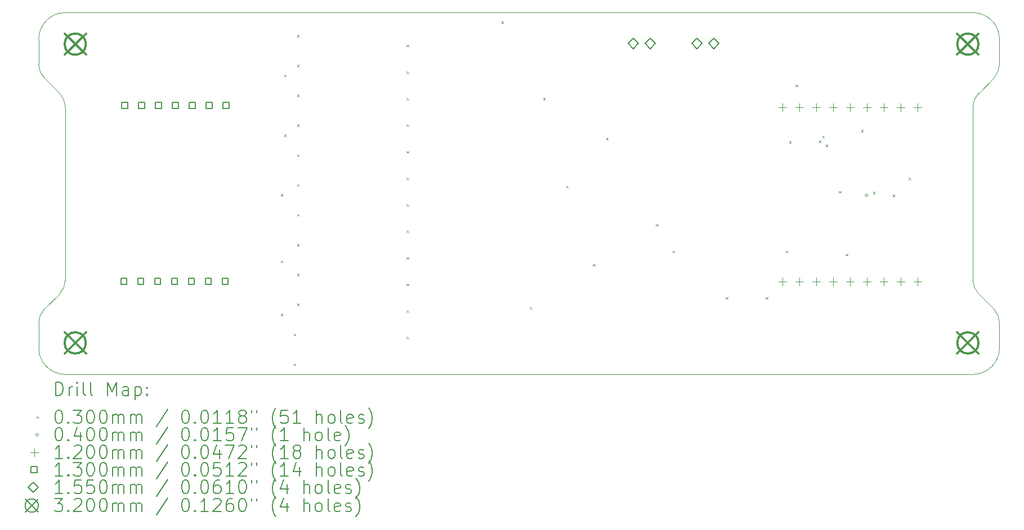
<source format=gbr>
%TF.GenerationSoftware,KiCad,Pcbnew,7.0.6*%
%TF.CreationDate,2023-08-31T22:42:41+02:00*%
%TF.ProjectId,BMS V1.0,424d5320-5631-42e3-902e-6b696361645f,rev?*%
%TF.SameCoordinates,Original*%
%TF.FileFunction,Drillmap*%
%TF.FilePolarity,Positive*%
%FSLAX45Y45*%
G04 Gerber Fmt 4.5, Leading zero omitted, Abs format (unit mm)*
G04 Created by KiCad (PCBNEW 7.0.6) date 2023-08-31 22:42:41*
%MOMM*%
%LPD*%
G01*
G04 APERTURE LIST*
%ADD10C,0.100000*%
%ADD11C,0.200000*%
%ADD12C,0.030000*%
%ADD13C,0.040000*%
%ADD14C,0.120000*%
%ADD15C,0.130000*%
%ADD16C,0.155000*%
%ADD17C,0.320000*%
G04 APERTURE END LIST*
D10*
X20762132Y-7337868D02*
X20537868Y-7562132D01*
X20850000Y-6750000D02*
X20850000Y-7125736D01*
X20450003Y-10375736D02*
G75*
G03*
X20537868Y-10587868I299997J-4D01*
G01*
X6800000Y-10375736D02*
X6800000Y-7774264D01*
X20450000Y-11800000D02*
X6800000Y-11800000D01*
X6487868Y-7337868D02*
X6712132Y-7562132D01*
X6800000Y-6350000D02*
X20450000Y-6350000D01*
X6712130Y-10587866D02*
G75*
G03*
X6800000Y-10375736I-212110J212126D01*
G01*
X20762130Y-7337866D02*
G75*
G03*
X20850000Y-7125736I-212110J212126D01*
G01*
X6400000Y-11400000D02*
X6400000Y-11024264D01*
X6400003Y-7125736D02*
G75*
G03*
X6487868Y-7337868I299997J-4D01*
G01*
X20850000Y-6750000D02*
G75*
G03*
X20450000Y-6350000I-400000J0D01*
G01*
X20537870Y-7562134D02*
G75*
G03*
X20450000Y-7774264I212110J-212126D01*
G01*
X6799997Y-7774264D02*
G75*
G03*
X6712132Y-7562132I-299997J4D01*
G01*
X20850000Y-11024264D02*
X20850000Y-11400000D01*
X6400000Y-11400000D02*
G75*
G03*
X6800000Y-11800000I400000J0D01*
G01*
X20849997Y-11024264D02*
G75*
G03*
X20762132Y-10812132I-299997J4D01*
G01*
X20450000Y-11800000D02*
G75*
G03*
X20850000Y-11400000I0J400000D01*
G01*
X20450000Y-10375736D02*
X20450000Y-7774264D01*
X6487868Y-10812132D02*
X6712132Y-10587868D01*
X6400000Y-6750000D02*
X6400000Y-7125736D01*
X6487870Y-10812134D02*
G75*
G03*
X6400000Y-11024264I212110J-212126D01*
G01*
X20762132Y-10812132D02*
X20537868Y-10587868D01*
X6800000Y-6350000D02*
G75*
G03*
X6400000Y-6750000I0J-400000D01*
G01*
D11*
D12*
X10040000Y-9085000D02*
X10070000Y-9115000D01*
X10070000Y-9085000D02*
X10040000Y-9115000D01*
X10040000Y-10085000D02*
X10070000Y-10115000D01*
X10070000Y-10085000D02*
X10040000Y-10115000D01*
X10040000Y-10885000D02*
X10070000Y-10915000D01*
X10070000Y-10885000D02*
X10040000Y-10915000D01*
X10090000Y-7285000D02*
X10120000Y-7315000D01*
X10120000Y-7285000D02*
X10090000Y-7315000D01*
X10090000Y-8185000D02*
X10120000Y-8215000D01*
X10120000Y-8185000D02*
X10090000Y-8215000D01*
X10235000Y-11185000D02*
X10265000Y-11215000D01*
X10265000Y-11185000D02*
X10235000Y-11215000D01*
X10235000Y-11635000D02*
X10265000Y-11665000D01*
X10265000Y-11635000D02*
X10235000Y-11665000D01*
X10285000Y-6685000D02*
X10315000Y-6715000D01*
X10315000Y-6685000D02*
X10285000Y-6715000D01*
X10285000Y-7135000D02*
X10315000Y-7165000D01*
X10315000Y-7135000D02*
X10285000Y-7165000D01*
X10285000Y-7585000D02*
X10315000Y-7615000D01*
X10315000Y-7585000D02*
X10285000Y-7615000D01*
X10285000Y-8035000D02*
X10315000Y-8065000D01*
X10315000Y-8035000D02*
X10285000Y-8065000D01*
X10285000Y-8485000D02*
X10315000Y-8515000D01*
X10315000Y-8485000D02*
X10285000Y-8515000D01*
X10285000Y-8935000D02*
X10315000Y-8965000D01*
X10315000Y-8935000D02*
X10285000Y-8965000D01*
X10285000Y-9385000D02*
X10315000Y-9415000D01*
X10315000Y-9385000D02*
X10285000Y-9415000D01*
X10285000Y-9835000D02*
X10315000Y-9865000D01*
X10315000Y-9835000D02*
X10285000Y-9865000D01*
X10285000Y-10285000D02*
X10315000Y-10315000D01*
X10315000Y-10285000D02*
X10285000Y-10315000D01*
X10285000Y-10735000D02*
X10315000Y-10765000D01*
X10315000Y-10735000D02*
X10285000Y-10765000D01*
X11935000Y-6835000D02*
X11965000Y-6865000D01*
X11965000Y-6835000D02*
X11935000Y-6865000D01*
X11935000Y-7235000D02*
X11965000Y-7265000D01*
X11965000Y-7235000D02*
X11935000Y-7265000D01*
X11935000Y-7635000D02*
X11965000Y-7665000D01*
X11965000Y-7635000D02*
X11935000Y-7665000D01*
X11935000Y-8035000D02*
X11965000Y-8065000D01*
X11965000Y-8035000D02*
X11935000Y-8065000D01*
X11935000Y-8435000D02*
X11965000Y-8465000D01*
X11965000Y-8435000D02*
X11935000Y-8465000D01*
X11935000Y-8835000D02*
X11965000Y-8865000D01*
X11965000Y-8835000D02*
X11935000Y-8865000D01*
X11935000Y-9235000D02*
X11965000Y-9265000D01*
X11965000Y-9235000D02*
X11935000Y-9265000D01*
X11935000Y-9635000D02*
X11965000Y-9665000D01*
X11965000Y-9635000D02*
X11935000Y-9665000D01*
X11935000Y-10035000D02*
X11965000Y-10065000D01*
X11965000Y-10035000D02*
X11935000Y-10065000D01*
X11935000Y-10435000D02*
X11965000Y-10465000D01*
X11965000Y-10435000D02*
X11935000Y-10465000D01*
X11935000Y-10835000D02*
X11965000Y-10865000D01*
X11965000Y-10835000D02*
X11935000Y-10865000D01*
X11935000Y-11235000D02*
X11965000Y-11265000D01*
X11965000Y-11235000D02*
X11935000Y-11265000D01*
X13360000Y-6485000D02*
X13390000Y-6515000D01*
X13390000Y-6485000D02*
X13360000Y-6515000D01*
X13785000Y-10785000D02*
X13815000Y-10815000D01*
X13815000Y-10785000D02*
X13785000Y-10815000D01*
X13985000Y-7635000D02*
X14015000Y-7665000D01*
X14015000Y-7635000D02*
X13985000Y-7665000D01*
X14335000Y-8960000D02*
X14365000Y-8990000D01*
X14365000Y-8960000D02*
X14335000Y-8990000D01*
X14735000Y-10135000D02*
X14765000Y-10165000D01*
X14765000Y-10135000D02*
X14735000Y-10165000D01*
X14935000Y-8235000D02*
X14965000Y-8265000D01*
X14965000Y-8235000D02*
X14935000Y-8265000D01*
X15685000Y-9535000D02*
X15715000Y-9565000D01*
X15715000Y-9535000D02*
X15685000Y-9565000D01*
X15935000Y-9935000D02*
X15965000Y-9965000D01*
X15965000Y-9935000D02*
X15935000Y-9965000D01*
X16735000Y-10635000D02*
X16765000Y-10665000D01*
X16765000Y-10635000D02*
X16735000Y-10665000D01*
X17335000Y-10635000D02*
X17365000Y-10665000D01*
X17365000Y-10635000D02*
X17335000Y-10665000D01*
X17635000Y-9935000D02*
X17665000Y-9965000D01*
X17665000Y-9935000D02*
X17635000Y-9965000D01*
X17685000Y-8285000D02*
X17715000Y-8315000D01*
X17715000Y-8285000D02*
X17685000Y-8315000D01*
X17785000Y-7435000D02*
X17815000Y-7465000D01*
X17815000Y-7435000D02*
X17785000Y-7465000D01*
X18135000Y-8277550D02*
X18165000Y-8307550D01*
X18165000Y-8277550D02*
X18135000Y-8307550D01*
X18185000Y-8207500D02*
X18215000Y-8237500D01*
X18215000Y-8207500D02*
X18185000Y-8237500D01*
X18235000Y-8337500D02*
X18265000Y-8367500D01*
X18265000Y-8337500D02*
X18235000Y-8367500D01*
X18435000Y-9035000D02*
X18465000Y-9065000D01*
X18465000Y-9035000D02*
X18435000Y-9065000D01*
X18535000Y-9985000D02*
X18565000Y-10015000D01*
X18565000Y-9985000D02*
X18535000Y-10015000D01*
X18769443Y-8116281D02*
X18799443Y-8146281D01*
X18799443Y-8116281D02*
X18769443Y-8146281D01*
X18948563Y-9048563D02*
X18978563Y-9078563D01*
X18978563Y-9048563D02*
X18948563Y-9078563D01*
X19245201Y-9090701D02*
X19275201Y-9120701D01*
X19275201Y-9090701D02*
X19245201Y-9120701D01*
X19485000Y-8835000D02*
X19515000Y-8865000D01*
X19515000Y-8835000D02*
X19485000Y-8865000D01*
D13*
X18870000Y-9100000D02*
G75*
G03*
X18870000Y-9100000I-20000J0D01*
G01*
D14*
X17584000Y-10340000D02*
X17584000Y-10460000D01*
X17524000Y-10400000D02*
X17644000Y-10400000D01*
X17588000Y-7717500D02*
X17588000Y-7837500D01*
X17528000Y-7777500D02*
X17648000Y-7777500D01*
X17838000Y-10340000D02*
X17838000Y-10460000D01*
X17778000Y-10400000D02*
X17898000Y-10400000D01*
X17842000Y-7717500D02*
X17842000Y-7837500D01*
X17782000Y-7777500D02*
X17902000Y-7777500D01*
X18092000Y-10340000D02*
X18092000Y-10460000D01*
X18032000Y-10400000D02*
X18152000Y-10400000D01*
X18096000Y-7717500D02*
X18096000Y-7837500D01*
X18036000Y-7777500D02*
X18156000Y-7777500D01*
X18346000Y-10340000D02*
X18346000Y-10460000D01*
X18286000Y-10400000D02*
X18406000Y-10400000D01*
X18350000Y-7717500D02*
X18350000Y-7837500D01*
X18290000Y-7777500D02*
X18410000Y-7777500D01*
X18600000Y-10340000D02*
X18600000Y-10460000D01*
X18540000Y-10400000D02*
X18660000Y-10400000D01*
X18604000Y-7717500D02*
X18604000Y-7837500D01*
X18544000Y-7777500D02*
X18664000Y-7777500D01*
X18854000Y-10340000D02*
X18854000Y-10460000D01*
X18794000Y-10400000D02*
X18914000Y-10400000D01*
X18858000Y-7717500D02*
X18858000Y-7837500D01*
X18798000Y-7777500D02*
X18918000Y-7777500D01*
X19108000Y-10340000D02*
X19108000Y-10460000D01*
X19048000Y-10400000D02*
X19168000Y-10400000D01*
X19112000Y-7717500D02*
X19112000Y-7837500D01*
X19052000Y-7777500D02*
X19172000Y-7777500D01*
X19362000Y-10340000D02*
X19362000Y-10460000D01*
X19302000Y-10400000D02*
X19422000Y-10400000D01*
X19366000Y-7717500D02*
X19366000Y-7837500D01*
X19306000Y-7777500D02*
X19426000Y-7777500D01*
X19616000Y-10340000D02*
X19616000Y-10460000D01*
X19556000Y-10400000D02*
X19676000Y-10400000D01*
X19620000Y-7717500D02*
X19620000Y-7837500D01*
X19560000Y-7777500D02*
X19680000Y-7777500D01*
D15*
X7726962Y-10445962D02*
X7726962Y-10354038D01*
X7635038Y-10354038D01*
X7635038Y-10445962D01*
X7726962Y-10445962D01*
X7738962Y-7795962D02*
X7738962Y-7704038D01*
X7647038Y-7704038D01*
X7647038Y-7795962D01*
X7738962Y-7795962D01*
X7980962Y-10445962D02*
X7980962Y-10354038D01*
X7889038Y-10354038D01*
X7889038Y-10445962D01*
X7980962Y-10445962D01*
X7992962Y-7795962D02*
X7992962Y-7704038D01*
X7901038Y-7704038D01*
X7901038Y-7795962D01*
X7992962Y-7795962D01*
X8234962Y-10445962D02*
X8234962Y-10354038D01*
X8143038Y-10354038D01*
X8143038Y-10445962D01*
X8234962Y-10445962D01*
X8246962Y-7795962D02*
X8246962Y-7704038D01*
X8155038Y-7704038D01*
X8155038Y-7795962D01*
X8246962Y-7795962D01*
X8488962Y-10445962D02*
X8488962Y-10354038D01*
X8397038Y-10354038D01*
X8397038Y-10445962D01*
X8488962Y-10445962D01*
X8500962Y-7795962D02*
X8500962Y-7704038D01*
X8409038Y-7704038D01*
X8409038Y-7795962D01*
X8500962Y-7795962D01*
X8742962Y-10445962D02*
X8742962Y-10354038D01*
X8651038Y-10354038D01*
X8651038Y-10445962D01*
X8742962Y-10445962D01*
X8754962Y-7795962D02*
X8754962Y-7704038D01*
X8663038Y-7704038D01*
X8663038Y-7795962D01*
X8754962Y-7795962D01*
X8996962Y-10445962D02*
X8996962Y-10354038D01*
X8905038Y-10354038D01*
X8905038Y-10445962D01*
X8996962Y-10445962D01*
X9008962Y-7795962D02*
X9008962Y-7704038D01*
X8917038Y-7704038D01*
X8917038Y-7795962D01*
X9008962Y-7795962D01*
X9250962Y-10445962D02*
X9250962Y-10354038D01*
X9159038Y-10354038D01*
X9159038Y-10445962D01*
X9250962Y-10445962D01*
X9262962Y-7795962D02*
X9262962Y-7704038D01*
X9171038Y-7704038D01*
X9171038Y-7795962D01*
X9262962Y-7795962D01*
D16*
X15346000Y-6893000D02*
X15423500Y-6815500D01*
X15346000Y-6738000D01*
X15268500Y-6815500D01*
X15346000Y-6893000D01*
X15600000Y-6893000D02*
X15677500Y-6815500D01*
X15600000Y-6738000D01*
X15522500Y-6815500D01*
X15600000Y-6893000D01*
X16300000Y-6893000D02*
X16377500Y-6815500D01*
X16300000Y-6738000D01*
X16222500Y-6815500D01*
X16300000Y-6893000D01*
X16554000Y-6893000D02*
X16631500Y-6815500D01*
X16554000Y-6738000D01*
X16476500Y-6815500D01*
X16554000Y-6893000D01*
D17*
X6790000Y-6665000D02*
X7110000Y-6985000D01*
X7110000Y-6665000D02*
X6790000Y-6985000D01*
X7110000Y-6825000D02*
G75*
G03*
X7110000Y-6825000I-160000J0D01*
G01*
X6790000Y-11165000D02*
X7110000Y-11485000D01*
X7110000Y-11165000D02*
X6790000Y-11485000D01*
X7110000Y-11325000D02*
G75*
G03*
X7110000Y-11325000I-160000J0D01*
G01*
X20215000Y-6665000D02*
X20535000Y-6985000D01*
X20535000Y-6665000D02*
X20215000Y-6985000D01*
X20535000Y-6825000D02*
G75*
G03*
X20535000Y-6825000I-160000J0D01*
G01*
X20215000Y-11165000D02*
X20535000Y-11485000D01*
X20535000Y-11165000D02*
X20215000Y-11485000D01*
X20535000Y-11325000D02*
G75*
G03*
X20535000Y-11325000I-160000J0D01*
G01*
D11*
X6655777Y-12116484D02*
X6655777Y-11916484D01*
X6655777Y-11916484D02*
X6703396Y-11916484D01*
X6703396Y-11916484D02*
X6731967Y-11926008D01*
X6731967Y-11926008D02*
X6751015Y-11945055D01*
X6751015Y-11945055D02*
X6760539Y-11964103D01*
X6760539Y-11964103D02*
X6770062Y-12002198D01*
X6770062Y-12002198D02*
X6770062Y-12030769D01*
X6770062Y-12030769D02*
X6760539Y-12068865D01*
X6760539Y-12068865D02*
X6751015Y-12087912D01*
X6751015Y-12087912D02*
X6731967Y-12106960D01*
X6731967Y-12106960D02*
X6703396Y-12116484D01*
X6703396Y-12116484D02*
X6655777Y-12116484D01*
X6855777Y-12116484D02*
X6855777Y-11983150D01*
X6855777Y-12021246D02*
X6865301Y-12002198D01*
X6865301Y-12002198D02*
X6874824Y-11992674D01*
X6874824Y-11992674D02*
X6893872Y-11983150D01*
X6893872Y-11983150D02*
X6912920Y-11983150D01*
X6979586Y-12116484D02*
X6979586Y-11983150D01*
X6979586Y-11916484D02*
X6970062Y-11926008D01*
X6970062Y-11926008D02*
X6979586Y-11935531D01*
X6979586Y-11935531D02*
X6989110Y-11926008D01*
X6989110Y-11926008D02*
X6979586Y-11916484D01*
X6979586Y-11916484D02*
X6979586Y-11935531D01*
X7103396Y-12116484D02*
X7084348Y-12106960D01*
X7084348Y-12106960D02*
X7074824Y-12087912D01*
X7074824Y-12087912D02*
X7074824Y-11916484D01*
X7208158Y-12116484D02*
X7189110Y-12106960D01*
X7189110Y-12106960D02*
X7179586Y-12087912D01*
X7179586Y-12087912D02*
X7179586Y-11916484D01*
X7436729Y-12116484D02*
X7436729Y-11916484D01*
X7436729Y-11916484D02*
X7503396Y-12059341D01*
X7503396Y-12059341D02*
X7570062Y-11916484D01*
X7570062Y-11916484D02*
X7570062Y-12116484D01*
X7751015Y-12116484D02*
X7751015Y-12011722D01*
X7751015Y-12011722D02*
X7741491Y-11992674D01*
X7741491Y-11992674D02*
X7722443Y-11983150D01*
X7722443Y-11983150D02*
X7684348Y-11983150D01*
X7684348Y-11983150D02*
X7665301Y-11992674D01*
X7751015Y-12106960D02*
X7731967Y-12116484D01*
X7731967Y-12116484D02*
X7684348Y-12116484D01*
X7684348Y-12116484D02*
X7665301Y-12106960D01*
X7665301Y-12106960D02*
X7655777Y-12087912D01*
X7655777Y-12087912D02*
X7655777Y-12068865D01*
X7655777Y-12068865D02*
X7665301Y-12049817D01*
X7665301Y-12049817D02*
X7684348Y-12040293D01*
X7684348Y-12040293D02*
X7731967Y-12040293D01*
X7731967Y-12040293D02*
X7751015Y-12030769D01*
X7846253Y-11983150D02*
X7846253Y-12183150D01*
X7846253Y-11992674D02*
X7865301Y-11983150D01*
X7865301Y-11983150D02*
X7903396Y-11983150D01*
X7903396Y-11983150D02*
X7922443Y-11992674D01*
X7922443Y-11992674D02*
X7931967Y-12002198D01*
X7931967Y-12002198D02*
X7941491Y-12021246D01*
X7941491Y-12021246D02*
X7941491Y-12078388D01*
X7941491Y-12078388D02*
X7931967Y-12097436D01*
X7931967Y-12097436D02*
X7922443Y-12106960D01*
X7922443Y-12106960D02*
X7903396Y-12116484D01*
X7903396Y-12116484D02*
X7865301Y-12116484D01*
X7865301Y-12116484D02*
X7846253Y-12106960D01*
X8027205Y-12097436D02*
X8036729Y-12106960D01*
X8036729Y-12106960D02*
X8027205Y-12116484D01*
X8027205Y-12116484D02*
X8017682Y-12106960D01*
X8017682Y-12106960D02*
X8027205Y-12097436D01*
X8027205Y-12097436D02*
X8027205Y-12116484D01*
X8027205Y-11992674D02*
X8036729Y-12002198D01*
X8036729Y-12002198D02*
X8027205Y-12011722D01*
X8027205Y-12011722D02*
X8017682Y-12002198D01*
X8017682Y-12002198D02*
X8027205Y-11992674D01*
X8027205Y-11992674D02*
X8027205Y-12011722D01*
D12*
X6365000Y-12430000D02*
X6395000Y-12460000D01*
X6395000Y-12430000D02*
X6365000Y-12460000D01*
D11*
X6693872Y-12336484D02*
X6712920Y-12336484D01*
X6712920Y-12336484D02*
X6731967Y-12346008D01*
X6731967Y-12346008D02*
X6741491Y-12355531D01*
X6741491Y-12355531D02*
X6751015Y-12374579D01*
X6751015Y-12374579D02*
X6760539Y-12412674D01*
X6760539Y-12412674D02*
X6760539Y-12460293D01*
X6760539Y-12460293D02*
X6751015Y-12498388D01*
X6751015Y-12498388D02*
X6741491Y-12517436D01*
X6741491Y-12517436D02*
X6731967Y-12526960D01*
X6731967Y-12526960D02*
X6712920Y-12536484D01*
X6712920Y-12536484D02*
X6693872Y-12536484D01*
X6693872Y-12536484D02*
X6674824Y-12526960D01*
X6674824Y-12526960D02*
X6665301Y-12517436D01*
X6665301Y-12517436D02*
X6655777Y-12498388D01*
X6655777Y-12498388D02*
X6646253Y-12460293D01*
X6646253Y-12460293D02*
X6646253Y-12412674D01*
X6646253Y-12412674D02*
X6655777Y-12374579D01*
X6655777Y-12374579D02*
X6665301Y-12355531D01*
X6665301Y-12355531D02*
X6674824Y-12346008D01*
X6674824Y-12346008D02*
X6693872Y-12336484D01*
X6846253Y-12517436D02*
X6855777Y-12526960D01*
X6855777Y-12526960D02*
X6846253Y-12536484D01*
X6846253Y-12536484D02*
X6836729Y-12526960D01*
X6836729Y-12526960D02*
X6846253Y-12517436D01*
X6846253Y-12517436D02*
X6846253Y-12536484D01*
X6922443Y-12336484D02*
X7046253Y-12336484D01*
X7046253Y-12336484D02*
X6979586Y-12412674D01*
X6979586Y-12412674D02*
X7008158Y-12412674D01*
X7008158Y-12412674D02*
X7027205Y-12422198D01*
X7027205Y-12422198D02*
X7036729Y-12431722D01*
X7036729Y-12431722D02*
X7046253Y-12450769D01*
X7046253Y-12450769D02*
X7046253Y-12498388D01*
X7046253Y-12498388D02*
X7036729Y-12517436D01*
X7036729Y-12517436D02*
X7027205Y-12526960D01*
X7027205Y-12526960D02*
X7008158Y-12536484D01*
X7008158Y-12536484D02*
X6951015Y-12536484D01*
X6951015Y-12536484D02*
X6931967Y-12526960D01*
X6931967Y-12526960D02*
X6922443Y-12517436D01*
X7170062Y-12336484D02*
X7189110Y-12336484D01*
X7189110Y-12336484D02*
X7208158Y-12346008D01*
X7208158Y-12346008D02*
X7217682Y-12355531D01*
X7217682Y-12355531D02*
X7227205Y-12374579D01*
X7227205Y-12374579D02*
X7236729Y-12412674D01*
X7236729Y-12412674D02*
X7236729Y-12460293D01*
X7236729Y-12460293D02*
X7227205Y-12498388D01*
X7227205Y-12498388D02*
X7217682Y-12517436D01*
X7217682Y-12517436D02*
X7208158Y-12526960D01*
X7208158Y-12526960D02*
X7189110Y-12536484D01*
X7189110Y-12536484D02*
X7170062Y-12536484D01*
X7170062Y-12536484D02*
X7151015Y-12526960D01*
X7151015Y-12526960D02*
X7141491Y-12517436D01*
X7141491Y-12517436D02*
X7131967Y-12498388D01*
X7131967Y-12498388D02*
X7122443Y-12460293D01*
X7122443Y-12460293D02*
X7122443Y-12412674D01*
X7122443Y-12412674D02*
X7131967Y-12374579D01*
X7131967Y-12374579D02*
X7141491Y-12355531D01*
X7141491Y-12355531D02*
X7151015Y-12346008D01*
X7151015Y-12346008D02*
X7170062Y-12336484D01*
X7360539Y-12336484D02*
X7379586Y-12336484D01*
X7379586Y-12336484D02*
X7398634Y-12346008D01*
X7398634Y-12346008D02*
X7408158Y-12355531D01*
X7408158Y-12355531D02*
X7417682Y-12374579D01*
X7417682Y-12374579D02*
X7427205Y-12412674D01*
X7427205Y-12412674D02*
X7427205Y-12460293D01*
X7427205Y-12460293D02*
X7417682Y-12498388D01*
X7417682Y-12498388D02*
X7408158Y-12517436D01*
X7408158Y-12517436D02*
X7398634Y-12526960D01*
X7398634Y-12526960D02*
X7379586Y-12536484D01*
X7379586Y-12536484D02*
X7360539Y-12536484D01*
X7360539Y-12536484D02*
X7341491Y-12526960D01*
X7341491Y-12526960D02*
X7331967Y-12517436D01*
X7331967Y-12517436D02*
X7322443Y-12498388D01*
X7322443Y-12498388D02*
X7312920Y-12460293D01*
X7312920Y-12460293D02*
X7312920Y-12412674D01*
X7312920Y-12412674D02*
X7322443Y-12374579D01*
X7322443Y-12374579D02*
X7331967Y-12355531D01*
X7331967Y-12355531D02*
X7341491Y-12346008D01*
X7341491Y-12346008D02*
X7360539Y-12336484D01*
X7512920Y-12536484D02*
X7512920Y-12403150D01*
X7512920Y-12422198D02*
X7522443Y-12412674D01*
X7522443Y-12412674D02*
X7541491Y-12403150D01*
X7541491Y-12403150D02*
X7570063Y-12403150D01*
X7570063Y-12403150D02*
X7589110Y-12412674D01*
X7589110Y-12412674D02*
X7598634Y-12431722D01*
X7598634Y-12431722D02*
X7598634Y-12536484D01*
X7598634Y-12431722D02*
X7608158Y-12412674D01*
X7608158Y-12412674D02*
X7627205Y-12403150D01*
X7627205Y-12403150D02*
X7655777Y-12403150D01*
X7655777Y-12403150D02*
X7674824Y-12412674D01*
X7674824Y-12412674D02*
X7684348Y-12431722D01*
X7684348Y-12431722D02*
X7684348Y-12536484D01*
X7779586Y-12536484D02*
X7779586Y-12403150D01*
X7779586Y-12422198D02*
X7789110Y-12412674D01*
X7789110Y-12412674D02*
X7808158Y-12403150D01*
X7808158Y-12403150D02*
X7836729Y-12403150D01*
X7836729Y-12403150D02*
X7855777Y-12412674D01*
X7855777Y-12412674D02*
X7865301Y-12431722D01*
X7865301Y-12431722D02*
X7865301Y-12536484D01*
X7865301Y-12431722D02*
X7874824Y-12412674D01*
X7874824Y-12412674D02*
X7893872Y-12403150D01*
X7893872Y-12403150D02*
X7922443Y-12403150D01*
X7922443Y-12403150D02*
X7941491Y-12412674D01*
X7941491Y-12412674D02*
X7951015Y-12431722D01*
X7951015Y-12431722D02*
X7951015Y-12536484D01*
X8341491Y-12326960D02*
X8170063Y-12584103D01*
X8598634Y-12336484D02*
X8617682Y-12336484D01*
X8617682Y-12336484D02*
X8636729Y-12346008D01*
X8636729Y-12346008D02*
X8646253Y-12355531D01*
X8646253Y-12355531D02*
X8655777Y-12374579D01*
X8655777Y-12374579D02*
X8665301Y-12412674D01*
X8665301Y-12412674D02*
X8665301Y-12460293D01*
X8665301Y-12460293D02*
X8655777Y-12498388D01*
X8655777Y-12498388D02*
X8646253Y-12517436D01*
X8646253Y-12517436D02*
X8636729Y-12526960D01*
X8636729Y-12526960D02*
X8617682Y-12536484D01*
X8617682Y-12536484D02*
X8598634Y-12536484D01*
X8598634Y-12536484D02*
X8579587Y-12526960D01*
X8579587Y-12526960D02*
X8570063Y-12517436D01*
X8570063Y-12517436D02*
X8560539Y-12498388D01*
X8560539Y-12498388D02*
X8551015Y-12460293D01*
X8551015Y-12460293D02*
X8551015Y-12412674D01*
X8551015Y-12412674D02*
X8560539Y-12374579D01*
X8560539Y-12374579D02*
X8570063Y-12355531D01*
X8570063Y-12355531D02*
X8579587Y-12346008D01*
X8579587Y-12346008D02*
X8598634Y-12336484D01*
X8751015Y-12517436D02*
X8760539Y-12526960D01*
X8760539Y-12526960D02*
X8751015Y-12536484D01*
X8751015Y-12536484D02*
X8741491Y-12526960D01*
X8741491Y-12526960D02*
X8751015Y-12517436D01*
X8751015Y-12517436D02*
X8751015Y-12536484D01*
X8884348Y-12336484D02*
X8903396Y-12336484D01*
X8903396Y-12336484D02*
X8922444Y-12346008D01*
X8922444Y-12346008D02*
X8931968Y-12355531D01*
X8931968Y-12355531D02*
X8941491Y-12374579D01*
X8941491Y-12374579D02*
X8951015Y-12412674D01*
X8951015Y-12412674D02*
X8951015Y-12460293D01*
X8951015Y-12460293D02*
X8941491Y-12498388D01*
X8941491Y-12498388D02*
X8931968Y-12517436D01*
X8931968Y-12517436D02*
X8922444Y-12526960D01*
X8922444Y-12526960D02*
X8903396Y-12536484D01*
X8903396Y-12536484D02*
X8884348Y-12536484D01*
X8884348Y-12536484D02*
X8865301Y-12526960D01*
X8865301Y-12526960D02*
X8855777Y-12517436D01*
X8855777Y-12517436D02*
X8846253Y-12498388D01*
X8846253Y-12498388D02*
X8836729Y-12460293D01*
X8836729Y-12460293D02*
X8836729Y-12412674D01*
X8836729Y-12412674D02*
X8846253Y-12374579D01*
X8846253Y-12374579D02*
X8855777Y-12355531D01*
X8855777Y-12355531D02*
X8865301Y-12346008D01*
X8865301Y-12346008D02*
X8884348Y-12336484D01*
X9141491Y-12536484D02*
X9027206Y-12536484D01*
X9084348Y-12536484D02*
X9084348Y-12336484D01*
X9084348Y-12336484D02*
X9065301Y-12365055D01*
X9065301Y-12365055D02*
X9046253Y-12384103D01*
X9046253Y-12384103D02*
X9027206Y-12393627D01*
X9331968Y-12536484D02*
X9217682Y-12536484D01*
X9274825Y-12536484D02*
X9274825Y-12336484D01*
X9274825Y-12336484D02*
X9255777Y-12365055D01*
X9255777Y-12365055D02*
X9236729Y-12384103D01*
X9236729Y-12384103D02*
X9217682Y-12393627D01*
X9446253Y-12422198D02*
X9427206Y-12412674D01*
X9427206Y-12412674D02*
X9417682Y-12403150D01*
X9417682Y-12403150D02*
X9408158Y-12384103D01*
X9408158Y-12384103D02*
X9408158Y-12374579D01*
X9408158Y-12374579D02*
X9417682Y-12355531D01*
X9417682Y-12355531D02*
X9427206Y-12346008D01*
X9427206Y-12346008D02*
X9446253Y-12336484D01*
X9446253Y-12336484D02*
X9484349Y-12336484D01*
X9484349Y-12336484D02*
X9503396Y-12346008D01*
X9503396Y-12346008D02*
X9512920Y-12355531D01*
X9512920Y-12355531D02*
X9522444Y-12374579D01*
X9522444Y-12374579D02*
X9522444Y-12384103D01*
X9522444Y-12384103D02*
X9512920Y-12403150D01*
X9512920Y-12403150D02*
X9503396Y-12412674D01*
X9503396Y-12412674D02*
X9484349Y-12422198D01*
X9484349Y-12422198D02*
X9446253Y-12422198D01*
X9446253Y-12422198D02*
X9427206Y-12431722D01*
X9427206Y-12431722D02*
X9417682Y-12441246D01*
X9417682Y-12441246D02*
X9408158Y-12460293D01*
X9408158Y-12460293D02*
X9408158Y-12498388D01*
X9408158Y-12498388D02*
X9417682Y-12517436D01*
X9417682Y-12517436D02*
X9427206Y-12526960D01*
X9427206Y-12526960D02*
X9446253Y-12536484D01*
X9446253Y-12536484D02*
X9484349Y-12536484D01*
X9484349Y-12536484D02*
X9503396Y-12526960D01*
X9503396Y-12526960D02*
X9512920Y-12517436D01*
X9512920Y-12517436D02*
X9522444Y-12498388D01*
X9522444Y-12498388D02*
X9522444Y-12460293D01*
X9522444Y-12460293D02*
X9512920Y-12441246D01*
X9512920Y-12441246D02*
X9503396Y-12431722D01*
X9503396Y-12431722D02*
X9484349Y-12422198D01*
X9598634Y-12336484D02*
X9598634Y-12374579D01*
X9674825Y-12336484D02*
X9674825Y-12374579D01*
X9970063Y-12612674D02*
X9960539Y-12603150D01*
X9960539Y-12603150D02*
X9941491Y-12574579D01*
X9941491Y-12574579D02*
X9931968Y-12555531D01*
X9931968Y-12555531D02*
X9922444Y-12526960D01*
X9922444Y-12526960D02*
X9912920Y-12479341D01*
X9912920Y-12479341D02*
X9912920Y-12441246D01*
X9912920Y-12441246D02*
X9922444Y-12393627D01*
X9922444Y-12393627D02*
X9931968Y-12365055D01*
X9931968Y-12365055D02*
X9941491Y-12346008D01*
X9941491Y-12346008D02*
X9960539Y-12317436D01*
X9960539Y-12317436D02*
X9970063Y-12307912D01*
X10141491Y-12336484D02*
X10046253Y-12336484D01*
X10046253Y-12336484D02*
X10036730Y-12431722D01*
X10036730Y-12431722D02*
X10046253Y-12422198D01*
X10046253Y-12422198D02*
X10065301Y-12412674D01*
X10065301Y-12412674D02*
X10112920Y-12412674D01*
X10112920Y-12412674D02*
X10131968Y-12422198D01*
X10131968Y-12422198D02*
X10141491Y-12431722D01*
X10141491Y-12431722D02*
X10151015Y-12450769D01*
X10151015Y-12450769D02*
X10151015Y-12498388D01*
X10151015Y-12498388D02*
X10141491Y-12517436D01*
X10141491Y-12517436D02*
X10131968Y-12526960D01*
X10131968Y-12526960D02*
X10112920Y-12536484D01*
X10112920Y-12536484D02*
X10065301Y-12536484D01*
X10065301Y-12536484D02*
X10046253Y-12526960D01*
X10046253Y-12526960D02*
X10036730Y-12517436D01*
X10341491Y-12536484D02*
X10227206Y-12536484D01*
X10284349Y-12536484D02*
X10284349Y-12336484D01*
X10284349Y-12336484D02*
X10265301Y-12365055D01*
X10265301Y-12365055D02*
X10246253Y-12384103D01*
X10246253Y-12384103D02*
X10227206Y-12393627D01*
X10579587Y-12536484D02*
X10579587Y-12336484D01*
X10665301Y-12536484D02*
X10665301Y-12431722D01*
X10665301Y-12431722D02*
X10655777Y-12412674D01*
X10655777Y-12412674D02*
X10636730Y-12403150D01*
X10636730Y-12403150D02*
X10608158Y-12403150D01*
X10608158Y-12403150D02*
X10589111Y-12412674D01*
X10589111Y-12412674D02*
X10579587Y-12422198D01*
X10789111Y-12536484D02*
X10770063Y-12526960D01*
X10770063Y-12526960D02*
X10760539Y-12517436D01*
X10760539Y-12517436D02*
X10751015Y-12498388D01*
X10751015Y-12498388D02*
X10751015Y-12441246D01*
X10751015Y-12441246D02*
X10760539Y-12422198D01*
X10760539Y-12422198D02*
X10770063Y-12412674D01*
X10770063Y-12412674D02*
X10789111Y-12403150D01*
X10789111Y-12403150D02*
X10817682Y-12403150D01*
X10817682Y-12403150D02*
X10836730Y-12412674D01*
X10836730Y-12412674D02*
X10846253Y-12422198D01*
X10846253Y-12422198D02*
X10855777Y-12441246D01*
X10855777Y-12441246D02*
X10855777Y-12498388D01*
X10855777Y-12498388D02*
X10846253Y-12517436D01*
X10846253Y-12517436D02*
X10836730Y-12526960D01*
X10836730Y-12526960D02*
X10817682Y-12536484D01*
X10817682Y-12536484D02*
X10789111Y-12536484D01*
X10970063Y-12536484D02*
X10951015Y-12526960D01*
X10951015Y-12526960D02*
X10941492Y-12507912D01*
X10941492Y-12507912D02*
X10941492Y-12336484D01*
X11122444Y-12526960D02*
X11103396Y-12536484D01*
X11103396Y-12536484D02*
X11065301Y-12536484D01*
X11065301Y-12536484D02*
X11046253Y-12526960D01*
X11046253Y-12526960D02*
X11036730Y-12507912D01*
X11036730Y-12507912D02*
X11036730Y-12431722D01*
X11036730Y-12431722D02*
X11046253Y-12412674D01*
X11046253Y-12412674D02*
X11065301Y-12403150D01*
X11065301Y-12403150D02*
X11103396Y-12403150D01*
X11103396Y-12403150D02*
X11122444Y-12412674D01*
X11122444Y-12412674D02*
X11131968Y-12431722D01*
X11131968Y-12431722D02*
X11131968Y-12450769D01*
X11131968Y-12450769D02*
X11036730Y-12469817D01*
X11208158Y-12526960D02*
X11227206Y-12536484D01*
X11227206Y-12536484D02*
X11265301Y-12536484D01*
X11265301Y-12536484D02*
X11284349Y-12526960D01*
X11284349Y-12526960D02*
X11293872Y-12507912D01*
X11293872Y-12507912D02*
X11293872Y-12498388D01*
X11293872Y-12498388D02*
X11284349Y-12479341D01*
X11284349Y-12479341D02*
X11265301Y-12469817D01*
X11265301Y-12469817D02*
X11236730Y-12469817D01*
X11236730Y-12469817D02*
X11217682Y-12460293D01*
X11217682Y-12460293D02*
X11208158Y-12441246D01*
X11208158Y-12441246D02*
X11208158Y-12431722D01*
X11208158Y-12431722D02*
X11217682Y-12412674D01*
X11217682Y-12412674D02*
X11236730Y-12403150D01*
X11236730Y-12403150D02*
X11265301Y-12403150D01*
X11265301Y-12403150D02*
X11284349Y-12412674D01*
X11360539Y-12612674D02*
X11370063Y-12603150D01*
X11370063Y-12603150D02*
X11389111Y-12574579D01*
X11389111Y-12574579D02*
X11398634Y-12555531D01*
X11398634Y-12555531D02*
X11408158Y-12526960D01*
X11408158Y-12526960D02*
X11417682Y-12479341D01*
X11417682Y-12479341D02*
X11417682Y-12441246D01*
X11417682Y-12441246D02*
X11408158Y-12393627D01*
X11408158Y-12393627D02*
X11398634Y-12365055D01*
X11398634Y-12365055D02*
X11389111Y-12346008D01*
X11389111Y-12346008D02*
X11370063Y-12317436D01*
X11370063Y-12317436D02*
X11360539Y-12307912D01*
D13*
X6395000Y-12709000D02*
G75*
G03*
X6395000Y-12709000I-20000J0D01*
G01*
D11*
X6693872Y-12600484D02*
X6712920Y-12600484D01*
X6712920Y-12600484D02*
X6731967Y-12610008D01*
X6731967Y-12610008D02*
X6741491Y-12619531D01*
X6741491Y-12619531D02*
X6751015Y-12638579D01*
X6751015Y-12638579D02*
X6760539Y-12676674D01*
X6760539Y-12676674D02*
X6760539Y-12724293D01*
X6760539Y-12724293D02*
X6751015Y-12762388D01*
X6751015Y-12762388D02*
X6741491Y-12781436D01*
X6741491Y-12781436D02*
X6731967Y-12790960D01*
X6731967Y-12790960D02*
X6712920Y-12800484D01*
X6712920Y-12800484D02*
X6693872Y-12800484D01*
X6693872Y-12800484D02*
X6674824Y-12790960D01*
X6674824Y-12790960D02*
X6665301Y-12781436D01*
X6665301Y-12781436D02*
X6655777Y-12762388D01*
X6655777Y-12762388D02*
X6646253Y-12724293D01*
X6646253Y-12724293D02*
X6646253Y-12676674D01*
X6646253Y-12676674D02*
X6655777Y-12638579D01*
X6655777Y-12638579D02*
X6665301Y-12619531D01*
X6665301Y-12619531D02*
X6674824Y-12610008D01*
X6674824Y-12610008D02*
X6693872Y-12600484D01*
X6846253Y-12781436D02*
X6855777Y-12790960D01*
X6855777Y-12790960D02*
X6846253Y-12800484D01*
X6846253Y-12800484D02*
X6836729Y-12790960D01*
X6836729Y-12790960D02*
X6846253Y-12781436D01*
X6846253Y-12781436D02*
X6846253Y-12800484D01*
X7027205Y-12667150D02*
X7027205Y-12800484D01*
X6979586Y-12590960D02*
X6931967Y-12733817D01*
X6931967Y-12733817D02*
X7055777Y-12733817D01*
X7170062Y-12600484D02*
X7189110Y-12600484D01*
X7189110Y-12600484D02*
X7208158Y-12610008D01*
X7208158Y-12610008D02*
X7217682Y-12619531D01*
X7217682Y-12619531D02*
X7227205Y-12638579D01*
X7227205Y-12638579D02*
X7236729Y-12676674D01*
X7236729Y-12676674D02*
X7236729Y-12724293D01*
X7236729Y-12724293D02*
X7227205Y-12762388D01*
X7227205Y-12762388D02*
X7217682Y-12781436D01*
X7217682Y-12781436D02*
X7208158Y-12790960D01*
X7208158Y-12790960D02*
X7189110Y-12800484D01*
X7189110Y-12800484D02*
X7170062Y-12800484D01*
X7170062Y-12800484D02*
X7151015Y-12790960D01*
X7151015Y-12790960D02*
X7141491Y-12781436D01*
X7141491Y-12781436D02*
X7131967Y-12762388D01*
X7131967Y-12762388D02*
X7122443Y-12724293D01*
X7122443Y-12724293D02*
X7122443Y-12676674D01*
X7122443Y-12676674D02*
X7131967Y-12638579D01*
X7131967Y-12638579D02*
X7141491Y-12619531D01*
X7141491Y-12619531D02*
X7151015Y-12610008D01*
X7151015Y-12610008D02*
X7170062Y-12600484D01*
X7360539Y-12600484D02*
X7379586Y-12600484D01*
X7379586Y-12600484D02*
X7398634Y-12610008D01*
X7398634Y-12610008D02*
X7408158Y-12619531D01*
X7408158Y-12619531D02*
X7417682Y-12638579D01*
X7417682Y-12638579D02*
X7427205Y-12676674D01*
X7427205Y-12676674D02*
X7427205Y-12724293D01*
X7427205Y-12724293D02*
X7417682Y-12762388D01*
X7417682Y-12762388D02*
X7408158Y-12781436D01*
X7408158Y-12781436D02*
X7398634Y-12790960D01*
X7398634Y-12790960D02*
X7379586Y-12800484D01*
X7379586Y-12800484D02*
X7360539Y-12800484D01*
X7360539Y-12800484D02*
X7341491Y-12790960D01*
X7341491Y-12790960D02*
X7331967Y-12781436D01*
X7331967Y-12781436D02*
X7322443Y-12762388D01*
X7322443Y-12762388D02*
X7312920Y-12724293D01*
X7312920Y-12724293D02*
X7312920Y-12676674D01*
X7312920Y-12676674D02*
X7322443Y-12638579D01*
X7322443Y-12638579D02*
X7331967Y-12619531D01*
X7331967Y-12619531D02*
X7341491Y-12610008D01*
X7341491Y-12610008D02*
X7360539Y-12600484D01*
X7512920Y-12800484D02*
X7512920Y-12667150D01*
X7512920Y-12686198D02*
X7522443Y-12676674D01*
X7522443Y-12676674D02*
X7541491Y-12667150D01*
X7541491Y-12667150D02*
X7570063Y-12667150D01*
X7570063Y-12667150D02*
X7589110Y-12676674D01*
X7589110Y-12676674D02*
X7598634Y-12695722D01*
X7598634Y-12695722D02*
X7598634Y-12800484D01*
X7598634Y-12695722D02*
X7608158Y-12676674D01*
X7608158Y-12676674D02*
X7627205Y-12667150D01*
X7627205Y-12667150D02*
X7655777Y-12667150D01*
X7655777Y-12667150D02*
X7674824Y-12676674D01*
X7674824Y-12676674D02*
X7684348Y-12695722D01*
X7684348Y-12695722D02*
X7684348Y-12800484D01*
X7779586Y-12800484D02*
X7779586Y-12667150D01*
X7779586Y-12686198D02*
X7789110Y-12676674D01*
X7789110Y-12676674D02*
X7808158Y-12667150D01*
X7808158Y-12667150D02*
X7836729Y-12667150D01*
X7836729Y-12667150D02*
X7855777Y-12676674D01*
X7855777Y-12676674D02*
X7865301Y-12695722D01*
X7865301Y-12695722D02*
X7865301Y-12800484D01*
X7865301Y-12695722D02*
X7874824Y-12676674D01*
X7874824Y-12676674D02*
X7893872Y-12667150D01*
X7893872Y-12667150D02*
X7922443Y-12667150D01*
X7922443Y-12667150D02*
X7941491Y-12676674D01*
X7941491Y-12676674D02*
X7951015Y-12695722D01*
X7951015Y-12695722D02*
X7951015Y-12800484D01*
X8341491Y-12590960D02*
X8170063Y-12848103D01*
X8598634Y-12600484D02*
X8617682Y-12600484D01*
X8617682Y-12600484D02*
X8636729Y-12610008D01*
X8636729Y-12610008D02*
X8646253Y-12619531D01*
X8646253Y-12619531D02*
X8655777Y-12638579D01*
X8655777Y-12638579D02*
X8665301Y-12676674D01*
X8665301Y-12676674D02*
X8665301Y-12724293D01*
X8665301Y-12724293D02*
X8655777Y-12762388D01*
X8655777Y-12762388D02*
X8646253Y-12781436D01*
X8646253Y-12781436D02*
X8636729Y-12790960D01*
X8636729Y-12790960D02*
X8617682Y-12800484D01*
X8617682Y-12800484D02*
X8598634Y-12800484D01*
X8598634Y-12800484D02*
X8579587Y-12790960D01*
X8579587Y-12790960D02*
X8570063Y-12781436D01*
X8570063Y-12781436D02*
X8560539Y-12762388D01*
X8560539Y-12762388D02*
X8551015Y-12724293D01*
X8551015Y-12724293D02*
X8551015Y-12676674D01*
X8551015Y-12676674D02*
X8560539Y-12638579D01*
X8560539Y-12638579D02*
X8570063Y-12619531D01*
X8570063Y-12619531D02*
X8579587Y-12610008D01*
X8579587Y-12610008D02*
X8598634Y-12600484D01*
X8751015Y-12781436D02*
X8760539Y-12790960D01*
X8760539Y-12790960D02*
X8751015Y-12800484D01*
X8751015Y-12800484D02*
X8741491Y-12790960D01*
X8741491Y-12790960D02*
X8751015Y-12781436D01*
X8751015Y-12781436D02*
X8751015Y-12800484D01*
X8884348Y-12600484D02*
X8903396Y-12600484D01*
X8903396Y-12600484D02*
X8922444Y-12610008D01*
X8922444Y-12610008D02*
X8931968Y-12619531D01*
X8931968Y-12619531D02*
X8941491Y-12638579D01*
X8941491Y-12638579D02*
X8951015Y-12676674D01*
X8951015Y-12676674D02*
X8951015Y-12724293D01*
X8951015Y-12724293D02*
X8941491Y-12762388D01*
X8941491Y-12762388D02*
X8931968Y-12781436D01*
X8931968Y-12781436D02*
X8922444Y-12790960D01*
X8922444Y-12790960D02*
X8903396Y-12800484D01*
X8903396Y-12800484D02*
X8884348Y-12800484D01*
X8884348Y-12800484D02*
X8865301Y-12790960D01*
X8865301Y-12790960D02*
X8855777Y-12781436D01*
X8855777Y-12781436D02*
X8846253Y-12762388D01*
X8846253Y-12762388D02*
X8836729Y-12724293D01*
X8836729Y-12724293D02*
X8836729Y-12676674D01*
X8836729Y-12676674D02*
X8846253Y-12638579D01*
X8846253Y-12638579D02*
X8855777Y-12619531D01*
X8855777Y-12619531D02*
X8865301Y-12610008D01*
X8865301Y-12610008D02*
X8884348Y-12600484D01*
X9141491Y-12800484D02*
X9027206Y-12800484D01*
X9084348Y-12800484D02*
X9084348Y-12600484D01*
X9084348Y-12600484D02*
X9065301Y-12629055D01*
X9065301Y-12629055D02*
X9046253Y-12648103D01*
X9046253Y-12648103D02*
X9027206Y-12657627D01*
X9322444Y-12600484D02*
X9227206Y-12600484D01*
X9227206Y-12600484D02*
X9217682Y-12695722D01*
X9217682Y-12695722D02*
X9227206Y-12686198D01*
X9227206Y-12686198D02*
X9246253Y-12676674D01*
X9246253Y-12676674D02*
X9293872Y-12676674D01*
X9293872Y-12676674D02*
X9312920Y-12686198D01*
X9312920Y-12686198D02*
X9322444Y-12695722D01*
X9322444Y-12695722D02*
X9331968Y-12714769D01*
X9331968Y-12714769D02*
X9331968Y-12762388D01*
X9331968Y-12762388D02*
X9322444Y-12781436D01*
X9322444Y-12781436D02*
X9312920Y-12790960D01*
X9312920Y-12790960D02*
X9293872Y-12800484D01*
X9293872Y-12800484D02*
X9246253Y-12800484D01*
X9246253Y-12800484D02*
X9227206Y-12790960D01*
X9227206Y-12790960D02*
X9217682Y-12781436D01*
X9398634Y-12600484D02*
X9531968Y-12600484D01*
X9531968Y-12600484D02*
X9446253Y-12800484D01*
X9598634Y-12600484D02*
X9598634Y-12638579D01*
X9674825Y-12600484D02*
X9674825Y-12638579D01*
X9970063Y-12876674D02*
X9960539Y-12867150D01*
X9960539Y-12867150D02*
X9941491Y-12838579D01*
X9941491Y-12838579D02*
X9931968Y-12819531D01*
X9931968Y-12819531D02*
X9922444Y-12790960D01*
X9922444Y-12790960D02*
X9912920Y-12743341D01*
X9912920Y-12743341D02*
X9912920Y-12705246D01*
X9912920Y-12705246D02*
X9922444Y-12657627D01*
X9922444Y-12657627D02*
X9931968Y-12629055D01*
X9931968Y-12629055D02*
X9941491Y-12610008D01*
X9941491Y-12610008D02*
X9960539Y-12581436D01*
X9960539Y-12581436D02*
X9970063Y-12571912D01*
X10151015Y-12800484D02*
X10036730Y-12800484D01*
X10093872Y-12800484D02*
X10093872Y-12600484D01*
X10093872Y-12600484D02*
X10074825Y-12629055D01*
X10074825Y-12629055D02*
X10055777Y-12648103D01*
X10055777Y-12648103D02*
X10036730Y-12657627D01*
X10389111Y-12800484D02*
X10389111Y-12600484D01*
X10474825Y-12800484D02*
X10474825Y-12695722D01*
X10474825Y-12695722D02*
X10465301Y-12676674D01*
X10465301Y-12676674D02*
X10446253Y-12667150D01*
X10446253Y-12667150D02*
X10417682Y-12667150D01*
X10417682Y-12667150D02*
X10398634Y-12676674D01*
X10398634Y-12676674D02*
X10389111Y-12686198D01*
X10598634Y-12800484D02*
X10579587Y-12790960D01*
X10579587Y-12790960D02*
X10570063Y-12781436D01*
X10570063Y-12781436D02*
X10560539Y-12762388D01*
X10560539Y-12762388D02*
X10560539Y-12705246D01*
X10560539Y-12705246D02*
X10570063Y-12686198D01*
X10570063Y-12686198D02*
X10579587Y-12676674D01*
X10579587Y-12676674D02*
X10598634Y-12667150D01*
X10598634Y-12667150D02*
X10627206Y-12667150D01*
X10627206Y-12667150D02*
X10646253Y-12676674D01*
X10646253Y-12676674D02*
X10655777Y-12686198D01*
X10655777Y-12686198D02*
X10665301Y-12705246D01*
X10665301Y-12705246D02*
X10665301Y-12762388D01*
X10665301Y-12762388D02*
X10655777Y-12781436D01*
X10655777Y-12781436D02*
X10646253Y-12790960D01*
X10646253Y-12790960D02*
X10627206Y-12800484D01*
X10627206Y-12800484D02*
X10598634Y-12800484D01*
X10779587Y-12800484D02*
X10760539Y-12790960D01*
X10760539Y-12790960D02*
X10751015Y-12771912D01*
X10751015Y-12771912D02*
X10751015Y-12600484D01*
X10931968Y-12790960D02*
X10912920Y-12800484D01*
X10912920Y-12800484D02*
X10874825Y-12800484D01*
X10874825Y-12800484D02*
X10855777Y-12790960D01*
X10855777Y-12790960D02*
X10846253Y-12771912D01*
X10846253Y-12771912D02*
X10846253Y-12695722D01*
X10846253Y-12695722D02*
X10855777Y-12676674D01*
X10855777Y-12676674D02*
X10874825Y-12667150D01*
X10874825Y-12667150D02*
X10912920Y-12667150D01*
X10912920Y-12667150D02*
X10931968Y-12676674D01*
X10931968Y-12676674D02*
X10941492Y-12695722D01*
X10941492Y-12695722D02*
X10941492Y-12714769D01*
X10941492Y-12714769D02*
X10846253Y-12733817D01*
X11008158Y-12876674D02*
X11017682Y-12867150D01*
X11017682Y-12867150D02*
X11036730Y-12838579D01*
X11036730Y-12838579D02*
X11046253Y-12819531D01*
X11046253Y-12819531D02*
X11055777Y-12790960D01*
X11055777Y-12790960D02*
X11065301Y-12743341D01*
X11065301Y-12743341D02*
X11065301Y-12705246D01*
X11065301Y-12705246D02*
X11055777Y-12657627D01*
X11055777Y-12657627D02*
X11046253Y-12629055D01*
X11046253Y-12629055D02*
X11036730Y-12610008D01*
X11036730Y-12610008D02*
X11017682Y-12581436D01*
X11017682Y-12581436D02*
X11008158Y-12571912D01*
D14*
X6335000Y-12913000D02*
X6335000Y-13033000D01*
X6275000Y-12973000D02*
X6395000Y-12973000D01*
D11*
X6760539Y-13064484D02*
X6646253Y-13064484D01*
X6703396Y-13064484D02*
X6703396Y-12864484D01*
X6703396Y-12864484D02*
X6684348Y-12893055D01*
X6684348Y-12893055D02*
X6665301Y-12912103D01*
X6665301Y-12912103D02*
X6646253Y-12921627D01*
X6846253Y-13045436D02*
X6855777Y-13054960D01*
X6855777Y-13054960D02*
X6846253Y-13064484D01*
X6846253Y-13064484D02*
X6836729Y-13054960D01*
X6836729Y-13054960D02*
X6846253Y-13045436D01*
X6846253Y-13045436D02*
X6846253Y-13064484D01*
X6931967Y-12883531D02*
X6941491Y-12874008D01*
X6941491Y-12874008D02*
X6960539Y-12864484D01*
X6960539Y-12864484D02*
X7008158Y-12864484D01*
X7008158Y-12864484D02*
X7027205Y-12874008D01*
X7027205Y-12874008D02*
X7036729Y-12883531D01*
X7036729Y-12883531D02*
X7046253Y-12902579D01*
X7046253Y-12902579D02*
X7046253Y-12921627D01*
X7046253Y-12921627D02*
X7036729Y-12950198D01*
X7036729Y-12950198D02*
X6922443Y-13064484D01*
X6922443Y-13064484D02*
X7046253Y-13064484D01*
X7170062Y-12864484D02*
X7189110Y-12864484D01*
X7189110Y-12864484D02*
X7208158Y-12874008D01*
X7208158Y-12874008D02*
X7217682Y-12883531D01*
X7217682Y-12883531D02*
X7227205Y-12902579D01*
X7227205Y-12902579D02*
X7236729Y-12940674D01*
X7236729Y-12940674D02*
X7236729Y-12988293D01*
X7236729Y-12988293D02*
X7227205Y-13026388D01*
X7227205Y-13026388D02*
X7217682Y-13045436D01*
X7217682Y-13045436D02*
X7208158Y-13054960D01*
X7208158Y-13054960D02*
X7189110Y-13064484D01*
X7189110Y-13064484D02*
X7170062Y-13064484D01*
X7170062Y-13064484D02*
X7151015Y-13054960D01*
X7151015Y-13054960D02*
X7141491Y-13045436D01*
X7141491Y-13045436D02*
X7131967Y-13026388D01*
X7131967Y-13026388D02*
X7122443Y-12988293D01*
X7122443Y-12988293D02*
X7122443Y-12940674D01*
X7122443Y-12940674D02*
X7131967Y-12902579D01*
X7131967Y-12902579D02*
X7141491Y-12883531D01*
X7141491Y-12883531D02*
X7151015Y-12874008D01*
X7151015Y-12874008D02*
X7170062Y-12864484D01*
X7360539Y-12864484D02*
X7379586Y-12864484D01*
X7379586Y-12864484D02*
X7398634Y-12874008D01*
X7398634Y-12874008D02*
X7408158Y-12883531D01*
X7408158Y-12883531D02*
X7417682Y-12902579D01*
X7417682Y-12902579D02*
X7427205Y-12940674D01*
X7427205Y-12940674D02*
X7427205Y-12988293D01*
X7427205Y-12988293D02*
X7417682Y-13026388D01*
X7417682Y-13026388D02*
X7408158Y-13045436D01*
X7408158Y-13045436D02*
X7398634Y-13054960D01*
X7398634Y-13054960D02*
X7379586Y-13064484D01*
X7379586Y-13064484D02*
X7360539Y-13064484D01*
X7360539Y-13064484D02*
X7341491Y-13054960D01*
X7341491Y-13054960D02*
X7331967Y-13045436D01*
X7331967Y-13045436D02*
X7322443Y-13026388D01*
X7322443Y-13026388D02*
X7312920Y-12988293D01*
X7312920Y-12988293D02*
X7312920Y-12940674D01*
X7312920Y-12940674D02*
X7322443Y-12902579D01*
X7322443Y-12902579D02*
X7331967Y-12883531D01*
X7331967Y-12883531D02*
X7341491Y-12874008D01*
X7341491Y-12874008D02*
X7360539Y-12864484D01*
X7512920Y-13064484D02*
X7512920Y-12931150D01*
X7512920Y-12950198D02*
X7522443Y-12940674D01*
X7522443Y-12940674D02*
X7541491Y-12931150D01*
X7541491Y-12931150D02*
X7570063Y-12931150D01*
X7570063Y-12931150D02*
X7589110Y-12940674D01*
X7589110Y-12940674D02*
X7598634Y-12959722D01*
X7598634Y-12959722D02*
X7598634Y-13064484D01*
X7598634Y-12959722D02*
X7608158Y-12940674D01*
X7608158Y-12940674D02*
X7627205Y-12931150D01*
X7627205Y-12931150D02*
X7655777Y-12931150D01*
X7655777Y-12931150D02*
X7674824Y-12940674D01*
X7674824Y-12940674D02*
X7684348Y-12959722D01*
X7684348Y-12959722D02*
X7684348Y-13064484D01*
X7779586Y-13064484D02*
X7779586Y-12931150D01*
X7779586Y-12950198D02*
X7789110Y-12940674D01*
X7789110Y-12940674D02*
X7808158Y-12931150D01*
X7808158Y-12931150D02*
X7836729Y-12931150D01*
X7836729Y-12931150D02*
X7855777Y-12940674D01*
X7855777Y-12940674D02*
X7865301Y-12959722D01*
X7865301Y-12959722D02*
X7865301Y-13064484D01*
X7865301Y-12959722D02*
X7874824Y-12940674D01*
X7874824Y-12940674D02*
X7893872Y-12931150D01*
X7893872Y-12931150D02*
X7922443Y-12931150D01*
X7922443Y-12931150D02*
X7941491Y-12940674D01*
X7941491Y-12940674D02*
X7951015Y-12959722D01*
X7951015Y-12959722D02*
X7951015Y-13064484D01*
X8341491Y-12854960D02*
X8170063Y-13112103D01*
X8598634Y-12864484D02*
X8617682Y-12864484D01*
X8617682Y-12864484D02*
X8636729Y-12874008D01*
X8636729Y-12874008D02*
X8646253Y-12883531D01*
X8646253Y-12883531D02*
X8655777Y-12902579D01*
X8655777Y-12902579D02*
X8665301Y-12940674D01*
X8665301Y-12940674D02*
X8665301Y-12988293D01*
X8665301Y-12988293D02*
X8655777Y-13026388D01*
X8655777Y-13026388D02*
X8646253Y-13045436D01*
X8646253Y-13045436D02*
X8636729Y-13054960D01*
X8636729Y-13054960D02*
X8617682Y-13064484D01*
X8617682Y-13064484D02*
X8598634Y-13064484D01*
X8598634Y-13064484D02*
X8579587Y-13054960D01*
X8579587Y-13054960D02*
X8570063Y-13045436D01*
X8570063Y-13045436D02*
X8560539Y-13026388D01*
X8560539Y-13026388D02*
X8551015Y-12988293D01*
X8551015Y-12988293D02*
X8551015Y-12940674D01*
X8551015Y-12940674D02*
X8560539Y-12902579D01*
X8560539Y-12902579D02*
X8570063Y-12883531D01*
X8570063Y-12883531D02*
X8579587Y-12874008D01*
X8579587Y-12874008D02*
X8598634Y-12864484D01*
X8751015Y-13045436D02*
X8760539Y-13054960D01*
X8760539Y-13054960D02*
X8751015Y-13064484D01*
X8751015Y-13064484D02*
X8741491Y-13054960D01*
X8741491Y-13054960D02*
X8751015Y-13045436D01*
X8751015Y-13045436D02*
X8751015Y-13064484D01*
X8884348Y-12864484D02*
X8903396Y-12864484D01*
X8903396Y-12864484D02*
X8922444Y-12874008D01*
X8922444Y-12874008D02*
X8931968Y-12883531D01*
X8931968Y-12883531D02*
X8941491Y-12902579D01*
X8941491Y-12902579D02*
X8951015Y-12940674D01*
X8951015Y-12940674D02*
X8951015Y-12988293D01*
X8951015Y-12988293D02*
X8941491Y-13026388D01*
X8941491Y-13026388D02*
X8931968Y-13045436D01*
X8931968Y-13045436D02*
X8922444Y-13054960D01*
X8922444Y-13054960D02*
X8903396Y-13064484D01*
X8903396Y-13064484D02*
X8884348Y-13064484D01*
X8884348Y-13064484D02*
X8865301Y-13054960D01*
X8865301Y-13054960D02*
X8855777Y-13045436D01*
X8855777Y-13045436D02*
X8846253Y-13026388D01*
X8846253Y-13026388D02*
X8836729Y-12988293D01*
X8836729Y-12988293D02*
X8836729Y-12940674D01*
X8836729Y-12940674D02*
X8846253Y-12902579D01*
X8846253Y-12902579D02*
X8855777Y-12883531D01*
X8855777Y-12883531D02*
X8865301Y-12874008D01*
X8865301Y-12874008D02*
X8884348Y-12864484D01*
X9122444Y-12931150D02*
X9122444Y-13064484D01*
X9074825Y-12854960D02*
X9027206Y-12997817D01*
X9027206Y-12997817D02*
X9151015Y-12997817D01*
X9208158Y-12864484D02*
X9341491Y-12864484D01*
X9341491Y-12864484D02*
X9255777Y-13064484D01*
X9408158Y-12883531D02*
X9417682Y-12874008D01*
X9417682Y-12874008D02*
X9436729Y-12864484D01*
X9436729Y-12864484D02*
X9484349Y-12864484D01*
X9484349Y-12864484D02*
X9503396Y-12874008D01*
X9503396Y-12874008D02*
X9512920Y-12883531D01*
X9512920Y-12883531D02*
X9522444Y-12902579D01*
X9522444Y-12902579D02*
X9522444Y-12921627D01*
X9522444Y-12921627D02*
X9512920Y-12950198D01*
X9512920Y-12950198D02*
X9398634Y-13064484D01*
X9398634Y-13064484D02*
X9522444Y-13064484D01*
X9598634Y-12864484D02*
X9598634Y-12902579D01*
X9674825Y-12864484D02*
X9674825Y-12902579D01*
X9970063Y-13140674D02*
X9960539Y-13131150D01*
X9960539Y-13131150D02*
X9941491Y-13102579D01*
X9941491Y-13102579D02*
X9931968Y-13083531D01*
X9931968Y-13083531D02*
X9922444Y-13054960D01*
X9922444Y-13054960D02*
X9912920Y-13007341D01*
X9912920Y-13007341D02*
X9912920Y-12969246D01*
X9912920Y-12969246D02*
X9922444Y-12921627D01*
X9922444Y-12921627D02*
X9931968Y-12893055D01*
X9931968Y-12893055D02*
X9941491Y-12874008D01*
X9941491Y-12874008D02*
X9960539Y-12845436D01*
X9960539Y-12845436D02*
X9970063Y-12835912D01*
X10151015Y-13064484D02*
X10036730Y-13064484D01*
X10093872Y-13064484D02*
X10093872Y-12864484D01*
X10093872Y-12864484D02*
X10074825Y-12893055D01*
X10074825Y-12893055D02*
X10055777Y-12912103D01*
X10055777Y-12912103D02*
X10036730Y-12921627D01*
X10265301Y-12950198D02*
X10246253Y-12940674D01*
X10246253Y-12940674D02*
X10236730Y-12931150D01*
X10236730Y-12931150D02*
X10227206Y-12912103D01*
X10227206Y-12912103D02*
X10227206Y-12902579D01*
X10227206Y-12902579D02*
X10236730Y-12883531D01*
X10236730Y-12883531D02*
X10246253Y-12874008D01*
X10246253Y-12874008D02*
X10265301Y-12864484D01*
X10265301Y-12864484D02*
X10303396Y-12864484D01*
X10303396Y-12864484D02*
X10322444Y-12874008D01*
X10322444Y-12874008D02*
X10331968Y-12883531D01*
X10331968Y-12883531D02*
X10341491Y-12902579D01*
X10341491Y-12902579D02*
X10341491Y-12912103D01*
X10341491Y-12912103D02*
X10331968Y-12931150D01*
X10331968Y-12931150D02*
X10322444Y-12940674D01*
X10322444Y-12940674D02*
X10303396Y-12950198D01*
X10303396Y-12950198D02*
X10265301Y-12950198D01*
X10265301Y-12950198D02*
X10246253Y-12959722D01*
X10246253Y-12959722D02*
X10236730Y-12969246D01*
X10236730Y-12969246D02*
X10227206Y-12988293D01*
X10227206Y-12988293D02*
X10227206Y-13026388D01*
X10227206Y-13026388D02*
X10236730Y-13045436D01*
X10236730Y-13045436D02*
X10246253Y-13054960D01*
X10246253Y-13054960D02*
X10265301Y-13064484D01*
X10265301Y-13064484D02*
X10303396Y-13064484D01*
X10303396Y-13064484D02*
X10322444Y-13054960D01*
X10322444Y-13054960D02*
X10331968Y-13045436D01*
X10331968Y-13045436D02*
X10341491Y-13026388D01*
X10341491Y-13026388D02*
X10341491Y-12988293D01*
X10341491Y-12988293D02*
X10331968Y-12969246D01*
X10331968Y-12969246D02*
X10322444Y-12959722D01*
X10322444Y-12959722D02*
X10303396Y-12950198D01*
X10579587Y-13064484D02*
X10579587Y-12864484D01*
X10665301Y-13064484D02*
X10665301Y-12959722D01*
X10665301Y-12959722D02*
X10655777Y-12940674D01*
X10655777Y-12940674D02*
X10636730Y-12931150D01*
X10636730Y-12931150D02*
X10608158Y-12931150D01*
X10608158Y-12931150D02*
X10589111Y-12940674D01*
X10589111Y-12940674D02*
X10579587Y-12950198D01*
X10789111Y-13064484D02*
X10770063Y-13054960D01*
X10770063Y-13054960D02*
X10760539Y-13045436D01*
X10760539Y-13045436D02*
X10751015Y-13026388D01*
X10751015Y-13026388D02*
X10751015Y-12969246D01*
X10751015Y-12969246D02*
X10760539Y-12950198D01*
X10760539Y-12950198D02*
X10770063Y-12940674D01*
X10770063Y-12940674D02*
X10789111Y-12931150D01*
X10789111Y-12931150D02*
X10817682Y-12931150D01*
X10817682Y-12931150D02*
X10836730Y-12940674D01*
X10836730Y-12940674D02*
X10846253Y-12950198D01*
X10846253Y-12950198D02*
X10855777Y-12969246D01*
X10855777Y-12969246D02*
X10855777Y-13026388D01*
X10855777Y-13026388D02*
X10846253Y-13045436D01*
X10846253Y-13045436D02*
X10836730Y-13054960D01*
X10836730Y-13054960D02*
X10817682Y-13064484D01*
X10817682Y-13064484D02*
X10789111Y-13064484D01*
X10970063Y-13064484D02*
X10951015Y-13054960D01*
X10951015Y-13054960D02*
X10941492Y-13035912D01*
X10941492Y-13035912D02*
X10941492Y-12864484D01*
X11122444Y-13054960D02*
X11103396Y-13064484D01*
X11103396Y-13064484D02*
X11065301Y-13064484D01*
X11065301Y-13064484D02*
X11046253Y-13054960D01*
X11046253Y-13054960D02*
X11036730Y-13035912D01*
X11036730Y-13035912D02*
X11036730Y-12959722D01*
X11036730Y-12959722D02*
X11046253Y-12940674D01*
X11046253Y-12940674D02*
X11065301Y-12931150D01*
X11065301Y-12931150D02*
X11103396Y-12931150D01*
X11103396Y-12931150D02*
X11122444Y-12940674D01*
X11122444Y-12940674D02*
X11131968Y-12959722D01*
X11131968Y-12959722D02*
X11131968Y-12978769D01*
X11131968Y-12978769D02*
X11036730Y-12997817D01*
X11208158Y-13054960D02*
X11227206Y-13064484D01*
X11227206Y-13064484D02*
X11265301Y-13064484D01*
X11265301Y-13064484D02*
X11284349Y-13054960D01*
X11284349Y-13054960D02*
X11293872Y-13035912D01*
X11293872Y-13035912D02*
X11293872Y-13026388D01*
X11293872Y-13026388D02*
X11284349Y-13007341D01*
X11284349Y-13007341D02*
X11265301Y-12997817D01*
X11265301Y-12997817D02*
X11236730Y-12997817D01*
X11236730Y-12997817D02*
X11217682Y-12988293D01*
X11217682Y-12988293D02*
X11208158Y-12969246D01*
X11208158Y-12969246D02*
X11208158Y-12959722D01*
X11208158Y-12959722D02*
X11217682Y-12940674D01*
X11217682Y-12940674D02*
X11236730Y-12931150D01*
X11236730Y-12931150D02*
X11265301Y-12931150D01*
X11265301Y-12931150D02*
X11284349Y-12940674D01*
X11360539Y-13140674D02*
X11370063Y-13131150D01*
X11370063Y-13131150D02*
X11389111Y-13102579D01*
X11389111Y-13102579D02*
X11398634Y-13083531D01*
X11398634Y-13083531D02*
X11408158Y-13054960D01*
X11408158Y-13054960D02*
X11417682Y-13007341D01*
X11417682Y-13007341D02*
X11417682Y-12969246D01*
X11417682Y-12969246D02*
X11408158Y-12921627D01*
X11408158Y-12921627D02*
X11398634Y-12893055D01*
X11398634Y-12893055D02*
X11389111Y-12874008D01*
X11389111Y-12874008D02*
X11370063Y-12845436D01*
X11370063Y-12845436D02*
X11360539Y-12835912D01*
D15*
X6375962Y-13282962D02*
X6375962Y-13191038D01*
X6284038Y-13191038D01*
X6284038Y-13282962D01*
X6375962Y-13282962D01*
D11*
X6760539Y-13328484D02*
X6646253Y-13328484D01*
X6703396Y-13328484D02*
X6703396Y-13128484D01*
X6703396Y-13128484D02*
X6684348Y-13157055D01*
X6684348Y-13157055D02*
X6665301Y-13176103D01*
X6665301Y-13176103D02*
X6646253Y-13185627D01*
X6846253Y-13309436D02*
X6855777Y-13318960D01*
X6855777Y-13318960D02*
X6846253Y-13328484D01*
X6846253Y-13328484D02*
X6836729Y-13318960D01*
X6836729Y-13318960D02*
X6846253Y-13309436D01*
X6846253Y-13309436D02*
X6846253Y-13328484D01*
X6922443Y-13128484D02*
X7046253Y-13128484D01*
X7046253Y-13128484D02*
X6979586Y-13204674D01*
X6979586Y-13204674D02*
X7008158Y-13204674D01*
X7008158Y-13204674D02*
X7027205Y-13214198D01*
X7027205Y-13214198D02*
X7036729Y-13223722D01*
X7036729Y-13223722D02*
X7046253Y-13242769D01*
X7046253Y-13242769D02*
X7046253Y-13290388D01*
X7046253Y-13290388D02*
X7036729Y-13309436D01*
X7036729Y-13309436D02*
X7027205Y-13318960D01*
X7027205Y-13318960D02*
X7008158Y-13328484D01*
X7008158Y-13328484D02*
X6951015Y-13328484D01*
X6951015Y-13328484D02*
X6931967Y-13318960D01*
X6931967Y-13318960D02*
X6922443Y-13309436D01*
X7170062Y-13128484D02*
X7189110Y-13128484D01*
X7189110Y-13128484D02*
X7208158Y-13138008D01*
X7208158Y-13138008D02*
X7217682Y-13147531D01*
X7217682Y-13147531D02*
X7227205Y-13166579D01*
X7227205Y-13166579D02*
X7236729Y-13204674D01*
X7236729Y-13204674D02*
X7236729Y-13252293D01*
X7236729Y-13252293D02*
X7227205Y-13290388D01*
X7227205Y-13290388D02*
X7217682Y-13309436D01*
X7217682Y-13309436D02*
X7208158Y-13318960D01*
X7208158Y-13318960D02*
X7189110Y-13328484D01*
X7189110Y-13328484D02*
X7170062Y-13328484D01*
X7170062Y-13328484D02*
X7151015Y-13318960D01*
X7151015Y-13318960D02*
X7141491Y-13309436D01*
X7141491Y-13309436D02*
X7131967Y-13290388D01*
X7131967Y-13290388D02*
X7122443Y-13252293D01*
X7122443Y-13252293D02*
X7122443Y-13204674D01*
X7122443Y-13204674D02*
X7131967Y-13166579D01*
X7131967Y-13166579D02*
X7141491Y-13147531D01*
X7141491Y-13147531D02*
X7151015Y-13138008D01*
X7151015Y-13138008D02*
X7170062Y-13128484D01*
X7360539Y-13128484D02*
X7379586Y-13128484D01*
X7379586Y-13128484D02*
X7398634Y-13138008D01*
X7398634Y-13138008D02*
X7408158Y-13147531D01*
X7408158Y-13147531D02*
X7417682Y-13166579D01*
X7417682Y-13166579D02*
X7427205Y-13204674D01*
X7427205Y-13204674D02*
X7427205Y-13252293D01*
X7427205Y-13252293D02*
X7417682Y-13290388D01*
X7417682Y-13290388D02*
X7408158Y-13309436D01*
X7408158Y-13309436D02*
X7398634Y-13318960D01*
X7398634Y-13318960D02*
X7379586Y-13328484D01*
X7379586Y-13328484D02*
X7360539Y-13328484D01*
X7360539Y-13328484D02*
X7341491Y-13318960D01*
X7341491Y-13318960D02*
X7331967Y-13309436D01*
X7331967Y-13309436D02*
X7322443Y-13290388D01*
X7322443Y-13290388D02*
X7312920Y-13252293D01*
X7312920Y-13252293D02*
X7312920Y-13204674D01*
X7312920Y-13204674D02*
X7322443Y-13166579D01*
X7322443Y-13166579D02*
X7331967Y-13147531D01*
X7331967Y-13147531D02*
X7341491Y-13138008D01*
X7341491Y-13138008D02*
X7360539Y-13128484D01*
X7512920Y-13328484D02*
X7512920Y-13195150D01*
X7512920Y-13214198D02*
X7522443Y-13204674D01*
X7522443Y-13204674D02*
X7541491Y-13195150D01*
X7541491Y-13195150D02*
X7570063Y-13195150D01*
X7570063Y-13195150D02*
X7589110Y-13204674D01*
X7589110Y-13204674D02*
X7598634Y-13223722D01*
X7598634Y-13223722D02*
X7598634Y-13328484D01*
X7598634Y-13223722D02*
X7608158Y-13204674D01*
X7608158Y-13204674D02*
X7627205Y-13195150D01*
X7627205Y-13195150D02*
X7655777Y-13195150D01*
X7655777Y-13195150D02*
X7674824Y-13204674D01*
X7674824Y-13204674D02*
X7684348Y-13223722D01*
X7684348Y-13223722D02*
X7684348Y-13328484D01*
X7779586Y-13328484D02*
X7779586Y-13195150D01*
X7779586Y-13214198D02*
X7789110Y-13204674D01*
X7789110Y-13204674D02*
X7808158Y-13195150D01*
X7808158Y-13195150D02*
X7836729Y-13195150D01*
X7836729Y-13195150D02*
X7855777Y-13204674D01*
X7855777Y-13204674D02*
X7865301Y-13223722D01*
X7865301Y-13223722D02*
X7865301Y-13328484D01*
X7865301Y-13223722D02*
X7874824Y-13204674D01*
X7874824Y-13204674D02*
X7893872Y-13195150D01*
X7893872Y-13195150D02*
X7922443Y-13195150D01*
X7922443Y-13195150D02*
X7941491Y-13204674D01*
X7941491Y-13204674D02*
X7951015Y-13223722D01*
X7951015Y-13223722D02*
X7951015Y-13328484D01*
X8341491Y-13118960D02*
X8170063Y-13376103D01*
X8598634Y-13128484D02*
X8617682Y-13128484D01*
X8617682Y-13128484D02*
X8636729Y-13138008D01*
X8636729Y-13138008D02*
X8646253Y-13147531D01*
X8646253Y-13147531D02*
X8655777Y-13166579D01*
X8655777Y-13166579D02*
X8665301Y-13204674D01*
X8665301Y-13204674D02*
X8665301Y-13252293D01*
X8665301Y-13252293D02*
X8655777Y-13290388D01*
X8655777Y-13290388D02*
X8646253Y-13309436D01*
X8646253Y-13309436D02*
X8636729Y-13318960D01*
X8636729Y-13318960D02*
X8617682Y-13328484D01*
X8617682Y-13328484D02*
X8598634Y-13328484D01*
X8598634Y-13328484D02*
X8579587Y-13318960D01*
X8579587Y-13318960D02*
X8570063Y-13309436D01*
X8570063Y-13309436D02*
X8560539Y-13290388D01*
X8560539Y-13290388D02*
X8551015Y-13252293D01*
X8551015Y-13252293D02*
X8551015Y-13204674D01*
X8551015Y-13204674D02*
X8560539Y-13166579D01*
X8560539Y-13166579D02*
X8570063Y-13147531D01*
X8570063Y-13147531D02*
X8579587Y-13138008D01*
X8579587Y-13138008D02*
X8598634Y-13128484D01*
X8751015Y-13309436D02*
X8760539Y-13318960D01*
X8760539Y-13318960D02*
X8751015Y-13328484D01*
X8751015Y-13328484D02*
X8741491Y-13318960D01*
X8741491Y-13318960D02*
X8751015Y-13309436D01*
X8751015Y-13309436D02*
X8751015Y-13328484D01*
X8884348Y-13128484D02*
X8903396Y-13128484D01*
X8903396Y-13128484D02*
X8922444Y-13138008D01*
X8922444Y-13138008D02*
X8931968Y-13147531D01*
X8931968Y-13147531D02*
X8941491Y-13166579D01*
X8941491Y-13166579D02*
X8951015Y-13204674D01*
X8951015Y-13204674D02*
X8951015Y-13252293D01*
X8951015Y-13252293D02*
X8941491Y-13290388D01*
X8941491Y-13290388D02*
X8931968Y-13309436D01*
X8931968Y-13309436D02*
X8922444Y-13318960D01*
X8922444Y-13318960D02*
X8903396Y-13328484D01*
X8903396Y-13328484D02*
X8884348Y-13328484D01*
X8884348Y-13328484D02*
X8865301Y-13318960D01*
X8865301Y-13318960D02*
X8855777Y-13309436D01*
X8855777Y-13309436D02*
X8846253Y-13290388D01*
X8846253Y-13290388D02*
X8836729Y-13252293D01*
X8836729Y-13252293D02*
X8836729Y-13204674D01*
X8836729Y-13204674D02*
X8846253Y-13166579D01*
X8846253Y-13166579D02*
X8855777Y-13147531D01*
X8855777Y-13147531D02*
X8865301Y-13138008D01*
X8865301Y-13138008D02*
X8884348Y-13128484D01*
X9131968Y-13128484D02*
X9036729Y-13128484D01*
X9036729Y-13128484D02*
X9027206Y-13223722D01*
X9027206Y-13223722D02*
X9036729Y-13214198D01*
X9036729Y-13214198D02*
X9055777Y-13204674D01*
X9055777Y-13204674D02*
X9103396Y-13204674D01*
X9103396Y-13204674D02*
X9122444Y-13214198D01*
X9122444Y-13214198D02*
X9131968Y-13223722D01*
X9131968Y-13223722D02*
X9141491Y-13242769D01*
X9141491Y-13242769D02*
X9141491Y-13290388D01*
X9141491Y-13290388D02*
X9131968Y-13309436D01*
X9131968Y-13309436D02*
X9122444Y-13318960D01*
X9122444Y-13318960D02*
X9103396Y-13328484D01*
X9103396Y-13328484D02*
X9055777Y-13328484D01*
X9055777Y-13328484D02*
X9036729Y-13318960D01*
X9036729Y-13318960D02*
X9027206Y-13309436D01*
X9331968Y-13328484D02*
X9217682Y-13328484D01*
X9274825Y-13328484D02*
X9274825Y-13128484D01*
X9274825Y-13128484D02*
X9255777Y-13157055D01*
X9255777Y-13157055D02*
X9236729Y-13176103D01*
X9236729Y-13176103D02*
X9217682Y-13185627D01*
X9408158Y-13147531D02*
X9417682Y-13138008D01*
X9417682Y-13138008D02*
X9436729Y-13128484D01*
X9436729Y-13128484D02*
X9484349Y-13128484D01*
X9484349Y-13128484D02*
X9503396Y-13138008D01*
X9503396Y-13138008D02*
X9512920Y-13147531D01*
X9512920Y-13147531D02*
X9522444Y-13166579D01*
X9522444Y-13166579D02*
X9522444Y-13185627D01*
X9522444Y-13185627D02*
X9512920Y-13214198D01*
X9512920Y-13214198D02*
X9398634Y-13328484D01*
X9398634Y-13328484D02*
X9522444Y-13328484D01*
X9598634Y-13128484D02*
X9598634Y-13166579D01*
X9674825Y-13128484D02*
X9674825Y-13166579D01*
X9970063Y-13404674D02*
X9960539Y-13395150D01*
X9960539Y-13395150D02*
X9941491Y-13366579D01*
X9941491Y-13366579D02*
X9931968Y-13347531D01*
X9931968Y-13347531D02*
X9922444Y-13318960D01*
X9922444Y-13318960D02*
X9912920Y-13271341D01*
X9912920Y-13271341D02*
X9912920Y-13233246D01*
X9912920Y-13233246D02*
X9922444Y-13185627D01*
X9922444Y-13185627D02*
X9931968Y-13157055D01*
X9931968Y-13157055D02*
X9941491Y-13138008D01*
X9941491Y-13138008D02*
X9960539Y-13109436D01*
X9960539Y-13109436D02*
X9970063Y-13099912D01*
X10151015Y-13328484D02*
X10036730Y-13328484D01*
X10093872Y-13328484D02*
X10093872Y-13128484D01*
X10093872Y-13128484D02*
X10074825Y-13157055D01*
X10074825Y-13157055D02*
X10055777Y-13176103D01*
X10055777Y-13176103D02*
X10036730Y-13185627D01*
X10322444Y-13195150D02*
X10322444Y-13328484D01*
X10274825Y-13118960D02*
X10227206Y-13261817D01*
X10227206Y-13261817D02*
X10351015Y-13261817D01*
X10579587Y-13328484D02*
X10579587Y-13128484D01*
X10665301Y-13328484D02*
X10665301Y-13223722D01*
X10665301Y-13223722D02*
X10655777Y-13204674D01*
X10655777Y-13204674D02*
X10636730Y-13195150D01*
X10636730Y-13195150D02*
X10608158Y-13195150D01*
X10608158Y-13195150D02*
X10589111Y-13204674D01*
X10589111Y-13204674D02*
X10579587Y-13214198D01*
X10789111Y-13328484D02*
X10770063Y-13318960D01*
X10770063Y-13318960D02*
X10760539Y-13309436D01*
X10760539Y-13309436D02*
X10751015Y-13290388D01*
X10751015Y-13290388D02*
X10751015Y-13233246D01*
X10751015Y-13233246D02*
X10760539Y-13214198D01*
X10760539Y-13214198D02*
X10770063Y-13204674D01*
X10770063Y-13204674D02*
X10789111Y-13195150D01*
X10789111Y-13195150D02*
X10817682Y-13195150D01*
X10817682Y-13195150D02*
X10836730Y-13204674D01*
X10836730Y-13204674D02*
X10846253Y-13214198D01*
X10846253Y-13214198D02*
X10855777Y-13233246D01*
X10855777Y-13233246D02*
X10855777Y-13290388D01*
X10855777Y-13290388D02*
X10846253Y-13309436D01*
X10846253Y-13309436D02*
X10836730Y-13318960D01*
X10836730Y-13318960D02*
X10817682Y-13328484D01*
X10817682Y-13328484D02*
X10789111Y-13328484D01*
X10970063Y-13328484D02*
X10951015Y-13318960D01*
X10951015Y-13318960D02*
X10941492Y-13299912D01*
X10941492Y-13299912D02*
X10941492Y-13128484D01*
X11122444Y-13318960D02*
X11103396Y-13328484D01*
X11103396Y-13328484D02*
X11065301Y-13328484D01*
X11065301Y-13328484D02*
X11046253Y-13318960D01*
X11046253Y-13318960D02*
X11036730Y-13299912D01*
X11036730Y-13299912D02*
X11036730Y-13223722D01*
X11036730Y-13223722D02*
X11046253Y-13204674D01*
X11046253Y-13204674D02*
X11065301Y-13195150D01*
X11065301Y-13195150D02*
X11103396Y-13195150D01*
X11103396Y-13195150D02*
X11122444Y-13204674D01*
X11122444Y-13204674D02*
X11131968Y-13223722D01*
X11131968Y-13223722D02*
X11131968Y-13242769D01*
X11131968Y-13242769D02*
X11036730Y-13261817D01*
X11208158Y-13318960D02*
X11227206Y-13328484D01*
X11227206Y-13328484D02*
X11265301Y-13328484D01*
X11265301Y-13328484D02*
X11284349Y-13318960D01*
X11284349Y-13318960D02*
X11293872Y-13299912D01*
X11293872Y-13299912D02*
X11293872Y-13290388D01*
X11293872Y-13290388D02*
X11284349Y-13271341D01*
X11284349Y-13271341D02*
X11265301Y-13261817D01*
X11265301Y-13261817D02*
X11236730Y-13261817D01*
X11236730Y-13261817D02*
X11217682Y-13252293D01*
X11217682Y-13252293D02*
X11208158Y-13233246D01*
X11208158Y-13233246D02*
X11208158Y-13223722D01*
X11208158Y-13223722D02*
X11217682Y-13204674D01*
X11217682Y-13204674D02*
X11236730Y-13195150D01*
X11236730Y-13195150D02*
X11265301Y-13195150D01*
X11265301Y-13195150D02*
X11284349Y-13204674D01*
X11360539Y-13404674D02*
X11370063Y-13395150D01*
X11370063Y-13395150D02*
X11389111Y-13366579D01*
X11389111Y-13366579D02*
X11398634Y-13347531D01*
X11398634Y-13347531D02*
X11408158Y-13318960D01*
X11408158Y-13318960D02*
X11417682Y-13271341D01*
X11417682Y-13271341D02*
X11417682Y-13233246D01*
X11417682Y-13233246D02*
X11408158Y-13185627D01*
X11408158Y-13185627D02*
X11398634Y-13157055D01*
X11398634Y-13157055D02*
X11389111Y-13138008D01*
X11389111Y-13138008D02*
X11370063Y-13109436D01*
X11370063Y-13109436D02*
X11360539Y-13099912D01*
D16*
X6317500Y-13578500D02*
X6395000Y-13501000D01*
X6317500Y-13423500D01*
X6240000Y-13501000D01*
X6317500Y-13578500D01*
D11*
X6760539Y-13592484D02*
X6646253Y-13592484D01*
X6703396Y-13592484D02*
X6703396Y-13392484D01*
X6703396Y-13392484D02*
X6684348Y-13421055D01*
X6684348Y-13421055D02*
X6665301Y-13440103D01*
X6665301Y-13440103D02*
X6646253Y-13449627D01*
X6846253Y-13573436D02*
X6855777Y-13582960D01*
X6855777Y-13582960D02*
X6846253Y-13592484D01*
X6846253Y-13592484D02*
X6836729Y-13582960D01*
X6836729Y-13582960D02*
X6846253Y-13573436D01*
X6846253Y-13573436D02*
X6846253Y-13592484D01*
X7036729Y-13392484D02*
X6941491Y-13392484D01*
X6941491Y-13392484D02*
X6931967Y-13487722D01*
X6931967Y-13487722D02*
X6941491Y-13478198D01*
X6941491Y-13478198D02*
X6960539Y-13468674D01*
X6960539Y-13468674D02*
X7008158Y-13468674D01*
X7008158Y-13468674D02*
X7027205Y-13478198D01*
X7027205Y-13478198D02*
X7036729Y-13487722D01*
X7036729Y-13487722D02*
X7046253Y-13506769D01*
X7046253Y-13506769D02*
X7046253Y-13554388D01*
X7046253Y-13554388D02*
X7036729Y-13573436D01*
X7036729Y-13573436D02*
X7027205Y-13582960D01*
X7027205Y-13582960D02*
X7008158Y-13592484D01*
X7008158Y-13592484D02*
X6960539Y-13592484D01*
X6960539Y-13592484D02*
X6941491Y-13582960D01*
X6941491Y-13582960D02*
X6931967Y-13573436D01*
X7227205Y-13392484D02*
X7131967Y-13392484D01*
X7131967Y-13392484D02*
X7122443Y-13487722D01*
X7122443Y-13487722D02*
X7131967Y-13478198D01*
X7131967Y-13478198D02*
X7151015Y-13468674D01*
X7151015Y-13468674D02*
X7198634Y-13468674D01*
X7198634Y-13468674D02*
X7217682Y-13478198D01*
X7217682Y-13478198D02*
X7227205Y-13487722D01*
X7227205Y-13487722D02*
X7236729Y-13506769D01*
X7236729Y-13506769D02*
X7236729Y-13554388D01*
X7236729Y-13554388D02*
X7227205Y-13573436D01*
X7227205Y-13573436D02*
X7217682Y-13582960D01*
X7217682Y-13582960D02*
X7198634Y-13592484D01*
X7198634Y-13592484D02*
X7151015Y-13592484D01*
X7151015Y-13592484D02*
X7131967Y-13582960D01*
X7131967Y-13582960D02*
X7122443Y-13573436D01*
X7360539Y-13392484D02*
X7379586Y-13392484D01*
X7379586Y-13392484D02*
X7398634Y-13402008D01*
X7398634Y-13402008D02*
X7408158Y-13411531D01*
X7408158Y-13411531D02*
X7417682Y-13430579D01*
X7417682Y-13430579D02*
X7427205Y-13468674D01*
X7427205Y-13468674D02*
X7427205Y-13516293D01*
X7427205Y-13516293D02*
X7417682Y-13554388D01*
X7417682Y-13554388D02*
X7408158Y-13573436D01*
X7408158Y-13573436D02*
X7398634Y-13582960D01*
X7398634Y-13582960D02*
X7379586Y-13592484D01*
X7379586Y-13592484D02*
X7360539Y-13592484D01*
X7360539Y-13592484D02*
X7341491Y-13582960D01*
X7341491Y-13582960D02*
X7331967Y-13573436D01*
X7331967Y-13573436D02*
X7322443Y-13554388D01*
X7322443Y-13554388D02*
X7312920Y-13516293D01*
X7312920Y-13516293D02*
X7312920Y-13468674D01*
X7312920Y-13468674D02*
X7322443Y-13430579D01*
X7322443Y-13430579D02*
X7331967Y-13411531D01*
X7331967Y-13411531D02*
X7341491Y-13402008D01*
X7341491Y-13402008D02*
X7360539Y-13392484D01*
X7512920Y-13592484D02*
X7512920Y-13459150D01*
X7512920Y-13478198D02*
X7522443Y-13468674D01*
X7522443Y-13468674D02*
X7541491Y-13459150D01*
X7541491Y-13459150D02*
X7570063Y-13459150D01*
X7570063Y-13459150D02*
X7589110Y-13468674D01*
X7589110Y-13468674D02*
X7598634Y-13487722D01*
X7598634Y-13487722D02*
X7598634Y-13592484D01*
X7598634Y-13487722D02*
X7608158Y-13468674D01*
X7608158Y-13468674D02*
X7627205Y-13459150D01*
X7627205Y-13459150D02*
X7655777Y-13459150D01*
X7655777Y-13459150D02*
X7674824Y-13468674D01*
X7674824Y-13468674D02*
X7684348Y-13487722D01*
X7684348Y-13487722D02*
X7684348Y-13592484D01*
X7779586Y-13592484D02*
X7779586Y-13459150D01*
X7779586Y-13478198D02*
X7789110Y-13468674D01*
X7789110Y-13468674D02*
X7808158Y-13459150D01*
X7808158Y-13459150D02*
X7836729Y-13459150D01*
X7836729Y-13459150D02*
X7855777Y-13468674D01*
X7855777Y-13468674D02*
X7865301Y-13487722D01*
X7865301Y-13487722D02*
X7865301Y-13592484D01*
X7865301Y-13487722D02*
X7874824Y-13468674D01*
X7874824Y-13468674D02*
X7893872Y-13459150D01*
X7893872Y-13459150D02*
X7922443Y-13459150D01*
X7922443Y-13459150D02*
X7941491Y-13468674D01*
X7941491Y-13468674D02*
X7951015Y-13487722D01*
X7951015Y-13487722D02*
X7951015Y-13592484D01*
X8341491Y-13382960D02*
X8170063Y-13640103D01*
X8598634Y-13392484D02*
X8617682Y-13392484D01*
X8617682Y-13392484D02*
X8636729Y-13402008D01*
X8636729Y-13402008D02*
X8646253Y-13411531D01*
X8646253Y-13411531D02*
X8655777Y-13430579D01*
X8655777Y-13430579D02*
X8665301Y-13468674D01*
X8665301Y-13468674D02*
X8665301Y-13516293D01*
X8665301Y-13516293D02*
X8655777Y-13554388D01*
X8655777Y-13554388D02*
X8646253Y-13573436D01*
X8646253Y-13573436D02*
X8636729Y-13582960D01*
X8636729Y-13582960D02*
X8617682Y-13592484D01*
X8617682Y-13592484D02*
X8598634Y-13592484D01*
X8598634Y-13592484D02*
X8579587Y-13582960D01*
X8579587Y-13582960D02*
X8570063Y-13573436D01*
X8570063Y-13573436D02*
X8560539Y-13554388D01*
X8560539Y-13554388D02*
X8551015Y-13516293D01*
X8551015Y-13516293D02*
X8551015Y-13468674D01*
X8551015Y-13468674D02*
X8560539Y-13430579D01*
X8560539Y-13430579D02*
X8570063Y-13411531D01*
X8570063Y-13411531D02*
X8579587Y-13402008D01*
X8579587Y-13402008D02*
X8598634Y-13392484D01*
X8751015Y-13573436D02*
X8760539Y-13582960D01*
X8760539Y-13582960D02*
X8751015Y-13592484D01*
X8751015Y-13592484D02*
X8741491Y-13582960D01*
X8741491Y-13582960D02*
X8751015Y-13573436D01*
X8751015Y-13573436D02*
X8751015Y-13592484D01*
X8884348Y-13392484D02*
X8903396Y-13392484D01*
X8903396Y-13392484D02*
X8922444Y-13402008D01*
X8922444Y-13402008D02*
X8931968Y-13411531D01*
X8931968Y-13411531D02*
X8941491Y-13430579D01*
X8941491Y-13430579D02*
X8951015Y-13468674D01*
X8951015Y-13468674D02*
X8951015Y-13516293D01*
X8951015Y-13516293D02*
X8941491Y-13554388D01*
X8941491Y-13554388D02*
X8931968Y-13573436D01*
X8931968Y-13573436D02*
X8922444Y-13582960D01*
X8922444Y-13582960D02*
X8903396Y-13592484D01*
X8903396Y-13592484D02*
X8884348Y-13592484D01*
X8884348Y-13592484D02*
X8865301Y-13582960D01*
X8865301Y-13582960D02*
X8855777Y-13573436D01*
X8855777Y-13573436D02*
X8846253Y-13554388D01*
X8846253Y-13554388D02*
X8836729Y-13516293D01*
X8836729Y-13516293D02*
X8836729Y-13468674D01*
X8836729Y-13468674D02*
X8846253Y-13430579D01*
X8846253Y-13430579D02*
X8855777Y-13411531D01*
X8855777Y-13411531D02*
X8865301Y-13402008D01*
X8865301Y-13402008D02*
X8884348Y-13392484D01*
X9122444Y-13392484D02*
X9084348Y-13392484D01*
X9084348Y-13392484D02*
X9065301Y-13402008D01*
X9065301Y-13402008D02*
X9055777Y-13411531D01*
X9055777Y-13411531D02*
X9036729Y-13440103D01*
X9036729Y-13440103D02*
X9027206Y-13478198D01*
X9027206Y-13478198D02*
X9027206Y-13554388D01*
X9027206Y-13554388D02*
X9036729Y-13573436D01*
X9036729Y-13573436D02*
X9046253Y-13582960D01*
X9046253Y-13582960D02*
X9065301Y-13592484D01*
X9065301Y-13592484D02*
X9103396Y-13592484D01*
X9103396Y-13592484D02*
X9122444Y-13582960D01*
X9122444Y-13582960D02*
X9131968Y-13573436D01*
X9131968Y-13573436D02*
X9141491Y-13554388D01*
X9141491Y-13554388D02*
X9141491Y-13506769D01*
X9141491Y-13506769D02*
X9131968Y-13487722D01*
X9131968Y-13487722D02*
X9122444Y-13478198D01*
X9122444Y-13478198D02*
X9103396Y-13468674D01*
X9103396Y-13468674D02*
X9065301Y-13468674D01*
X9065301Y-13468674D02*
X9046253Y-13478198D01*
X9046253Y-13478198D02*
X9036729Y-13487722D01*
X9036729Y-13487722D02*
X9027206Y-13506769D01*
X9331968Y-13592484D02*
X9217682Y-13592484D01*
X9274825Y-13592484D02*
X9274825Y-13392484D01*
X9274825Y-13392484D02*
X9255777Y-13421055D01*
X9255777Y-13421055D02*
X9236729Y-13440103D01*
X9236729Y-13440103D02*
X9217682Y-13449627D01*
X9455777Y-13392484D02*
X9474825Y-13392484D01*
X9474825Y-13392484D02*
X9493872Y-13402008D01*
X9493872Y-13402008D02*
X9503396Y-13411531D01*
X9503396Y-13411531D02*
X9512920Y-13430579D01*
X9512920Y-13430579D02*
X9522444Y-13468674D01*
X9522444Y-13468674D02*
X9522444Y-13516293D01*
X9522444Y-13516293D02*
X9512920Y-13554388D01*
X9512920Y-13554388D02*
X9503396Y-13573436D01*
X9503396Y-13573436D02*
X9493872Y-13582960D01*
X9493872Y-13582960D02*
X9474825Y-13592484D01*
X9474825Y-13592484D02*
X9455777Y-13592484D01*
X9455777Y-13592484D02*
X9436729Y-13582960D01*
X9436729Y-13582960D02*
X9427206Y-13573436D01*
X9427206Y-13573436D02*
X9417682Y-13554388D01*
X9417682Y-13554388D02*
X9408158Y-13516293D01*
X9408158Y-13516293D02*
X9408158Y-13468674D01*
X9408158Y-13468674D02*
X9417682Y-13430579D01*
X9417682Y-13430579D02*
X9427206Y-13411531D01*
X9427206Y-13411531D02*
X9436729Y-13402008D01*
X9436729Y-13402008D02*
X9455777Y-13392484D01*
X9598634Y-13392484D02*
X9598634Y-13430579D01*
X9674825Y-13392484D02*
X9674825Y-13430579D01*
X9970063Y-13668674D02*
X9960539Y-13659150D01*
X9960539Y-13659150D02*
X9941491Y-13630579D01*
X9941491Y-13630579D02*
X9931968Y-13611531D01*
X9931968Y-13611531D02*
X9922444Y-13582960D01*
X9922444Y-13582960D02*
X9912920Y-13535341D01*
X9912920Y-13535341D02*
X9912920Y-13497246D01*
X9912920Y-13497246D02*
X9922444Y-13449627D01*
X9922444Y-13449627D02*
X9931968Y-13421055D01*
X9931968Y-13421055D02*
X9941491Y-13402008D01*
X9941491Y-13402008D02*
X9960539Y-13373436D01*
X9960539Y-13373436D02*
X9970063Y-13363912D01*
X10131968Y-13459150D02*
X10131968Y-13592484D01*
X10084349Y-13382960D02*
X10036730Y-13525817D01*
X10036730Y-13525817D02*
X10160539Y-13525817D01*
X10389111Y-13592484D02*
X10389111Y-13392484D01*
X10474825Y-13592484D02*
X10474825Y-13487722D01*
X10474825Y-13487722D02*
X10465301Y-13468674D01*
X10465301Y-13468674D02*
X10446253Y-13459150D01*
X10446253Y-13459150D02*
X10417682Y-13459150D01*
X10417682Y-13459150D02*
X10398634Y-13468674D01*
X10398634Y-13468674D02*
X10389111Y-13478198D01*
X10598634Y-13592484D02*
X10579587Y-13582960D01*
X10579587Y-13582960D02*
X10570063Y-13573436D01*
X10570063Y-13573436D02*
X10560539Y-13554388D01*
X10560539Y-13554388D02*
X10560539Y-13497246D01*
X10560539Y-13497246D02*
X10570063Y-13478198D01*
X10570063Y-13478198D02*
X10579587Y-13468674D01*
X10579587Y-13468674D02*
X10598634Y-13459150D01*
X10598634Y-13459150D02*
X10627206Y-13459150D01*
X10627206Y-13459150D02*
X10646253Y-13468674D01*
X10646253Y-13468674D02*
X10655777Y-13478198D01*
X10655777Y-13478198D02*
X10665301Y-13497246D01*
X10665301Y-13497246D02*
X10665301Y-13554388D01*
X10665301Y-13554388D02*
X10655777Y-13573436D01*
X10655777Y-13573436D02*
X10646253Y-13582960D01*
X10646253Y-13582960D02*
X10627206Y-13592484D01*
X10627206Y-13592484D02*
X10598634Y-13592484D01*
X10779587Y-13592484D02*
X10760539Y-13582960D01*
X10760539Y-13582960D02*
X10751015Y-13563912D01*
X10751015Y-13563912D02*
X10751015Y-13392484D01*
X10931968Y-13582960D02*
X10912920Y-13592484D01*
X10912920Y-13592484D02*
X10874825Y-13592484D01*
X10874825Y-13592484D02*
X10855777Y-13582960D01*
X10855777Y-13582960D02*
X10846253Y-13563912D01*
X10846253Y-13563912D02*
X10846253Y-13487722D01*
X10846253Y-13487722D02*
X10855777Y-13468674D01*
X10855777Y-13468674D02*
X10874825Y-13459150D01*
X10874825Y-13459150D02*
X10912920Y-13459150D01*
X10912920Y-13459150D02*
X10931968Y-13468674D01*
X10931968Y-13468674D02*
X10941492Y-13487722D01*
X10941492Y-13487722D02*
X10941492Y-13506769D01*
X10941492Y-13506769D02*
X10846253Y-13525817D01*
X11017682Y-13582960D02*
X11036730Y-13592484D01*
X11036730Y-13592484D02*
X11074825Y-13592484D01*
X11074825Y-13592484D02*
X11093873Y-13582960D01*
X11093873Y-13582960D02*
X11103396Y-13563912D01*
X11103396Y-13563912D02*
X11103396Y-13554388D01*
X11103396Y-13554388D02*
X11093873Y-13535341D01*
X11093873Y-13535341D02*
X11074825Y-13525817D01*
X11074825Y-13525817D02*
X11046253Y-13525817D01*
X11046253Y-13525817D02*
X11027206Y-13516293D01*
X11027206Y-13516293D02*
X11017682Y-13497246D01*
X11017682Y-13497246D02*
X11017682Y-13487722D01*
X11017682Y-13487722D02*
X11027206Y-13468674D01*
X11027206Y-13468674D02*
X11046253Y-13459150D01*
X11046253Y-13459150D02*
X11074825Y-13459150D01*
X11074825Y-13459150D02*
X11093873Y-13468674D01*
X11170063Y-13668674D02*
X11179587Y-13659150D01*
X11179587Y-13659150D02*
X11198634Y-13630579D01*
X11198634Y-13630579D02*
X11208158Y-13611531D01*
X11208158Y-13611531D02*
X11217682Y-13582960D01*
X11217682Y-13582960D02*
X11227206Y-13535341D01*
X11227206Y-13535341D02*
X11227206Y-13497246D01*
X11227206Y-13497246D02*
X11217682Y-13449627D01*
X11217682Y-13449627D02*
X11208158Y-13421055D01*
X11208158Y-13421055D02*
X11198634Y-13402008D01*
X11198634Y-13402008D02*
X11179587Y-13373436D01*
X11179587Y-13373436D02*
X11170063Y-13363912D01*
X6195000Y-13676000D02*
X6395000Y-13876000D01*
X6395000Y-13676000D02*
X6195000Y-13876000D01*
X6395000Y-13776000D02*
G75*
G03*
X6395000Y-13776000I-100000J0D01*
G01*
X6636729Y-13667484D02*
X6760539Y-13667484D01*
X6760539Y-13667484D02*
X6693872Y-13743674D01*
X6693872Y-13743674D02*
X6722443Y-13743674D01*
X6722443Y-13743674D02*
X6741491Y-13753198D01*
X6741491Y-13753198D02*
X6751015Y-13762722D01*
X6751015Y-13762722D02*
X6760539Y-13781769D01*
X6760539Y-13781769D02*
X6760539Y-13829388D01*
X6760539Y-13829388D02*
X6751015Y-13848436D01*
X6751015Y-13848436D02*
X6741491Y-13857960D01*
X6741491Y-13857960D02*
X6722443Y-13867484D01*
X6722443Y-13867484D02*
X6665301Y-13867484D01*
X6665301Y-13867484D02*
X6646253Y-13857960D01*
X6646253Y-13857960D02*
X6636729Y-13848436D01*
X6846253Y-13848436D02*
X6855777Y-13857960D01*
X6855777Y-13857960D02*
X6846253Y-13867484D01*
X6846253Y-13867484D02*
X6836729Y-13857960D01*
X6836729Y-13857960D02*
X6846253Y-13848436D01*
X6846253Y-13848436D02*
X6846253Y-13867484D01*
X6931967Y-13686531D02*
X6941491Y-13677008D01*
X6941491Y-13677008D02*
X6960539Y-13667484D01*
X6960539Y-13667484D02*
X7008158Y-13667484D01*
X7008158Y-13667484D02*
X7027205Y-13677008D01*
X7027205Y-13677008D02*
X7036729Y-13686531D01*
X7036729Y-13686531D02*
X7046253Y-13705579D01*
X7046253Y-13705579D02*
X7046253Y-13724627D01*
X7046253Y-13724627D02*
X7036729Y-13753198D01*
X7036729Y-13753198D02*
X6922443Y-13867484D01*
X6922443Y-13867484D02*
X7046253Y-13867484D01*
X7170062Y-13667484D02*
X7189110Y-13667484D01*
X7189110Y-13667484D02*
X7208158Y-13677008D01*
X7208158Y-13677008D02*
X7217682Y-13686531D01*
X7217682Y-13686531D02*
X7227205Y-13705579D01*
X7227205Y-13705579D02*
X7236729Y-13743674D01*
X7236729Y-13743674D02*
X7236729Y-13791293D01*
X7236729Y-13791293D02*
X7227205Y-13829388D01*
X7227205Y-13829388D02*
X7217682Y-13848436D01*
X7217682Y-13848436D02*
X7208158Y-13857960D01*
X7208158Y-13857960D02*
X7189110Y-13867484D01*
X7189110Y-13867484D02*
X7170062Y-13867484D01*
X7170062Y-13867484D02*
X7151015Y-13857960D01*
X7151015Y-13857960D02*
X7141491Y-13848436D01*
X7141491Y-13848436D02*
X7131967Y-13829388D01*
X7131967Y-13829388D02*
X7122443Y-13791293D01*
X7122443Y-13791293D02*
X7122443Y-13743674D01*
X7122443Y-13743674D02*
X7131967Y-13705579D01*
X7131967Y-13705579D02*
X7141491Y-13686531D01*
X7141491Y-13686531D02*
X7151015Y-13677008D01*
X7151015Y-13677008D02*
X7170062Y-13667484D01*
X7360539Y-13667484D02*
X7379586Y-13667484D01*
X7379586Y-13667484D02*
X7398634Y-13677008D01*
X7398634Y-13677008D02*
X7408158Y-13686531D01*
X7408158Y-13686531D02*
X7417682Y-13705579D01*
X7417682Y-13705579D02*
X7427205Y-13743674D01*
X7427205Y-13743674D02*
X7427205Y-13791293D01*
X7427205Y-13791293D02*
X7417682Y-13829388D01*
X7417682Y-13829388D02*
X7408158Y-13848436D01*
X7408158Y-13848436D02*
X7398634Y-13857960D01*
X7398634Y-13857960D02*
X7379586Y-13867484D01*
X7379586Y-13867484D02*
X7360539Y-13867484D01*
X7360539Y-13867484D02*
X7341491Y-13857960D01*
X7341491Y-13857960D02*
X7331967Y-13848436D01*
X7331967Y-13848436D02*
X7322443Y-13829388D01*
X7322443Y-13829388D02*
X7312920Y-13791293D01*
X7312920Y-13791293D02*
X7312920Y-13743674D01*
X7312920Y-13743674D02*
X7322443Y-13705579D01*
X7322443Y-13705579D02*
X7331967Y-13686531D01*
X7331967Y-13686531D02*
X7341491Y-13677008D01*
X7341491Y-13677008D02*
X7360539Y-13667484D01*
X7512920Y-13867484D02*
X7512920Y-13734150D01*
X7512920Y-13753198D02*
X7522443Y-13743674D01*
X7522443Y-13743674D02*
X7541491Y-13734150D01*
X7541491Y-13734150D02*
X7570063Y-13734150D01*
X7570063Y-13734150D02*
X7589110Y-13743674D01*
X7589110Y-13743674D02*
X7598634Y-13762722D01*
X7598634Y-13762722D02*
X7598634Y-13867484D01*
X7598634Y-13762722D02*
X7608158Y-13743674D01*
X7608158Y-13743674D02*
X7627205Y-13734150D01*
X7627205Y-13734150D02*
X7655777Y-13734150D01*
X7655777Y-13734150D02*
X7674824Y-13743674D01*
X7674824Y-13743674D02*
X7684348Y-13762722D01*
X7684348Y-13762722D02*
X7684348Y-13867484D01*
X7779586Y-13867484D02*
X7779586Y-13734150D01*
X7779586Y-13753198D02*
X7789110Y-13743674D01*
X7789110Y-13743674D02*
X7808158Y-13734150D01*
X7808158Y-13734150D02*
X7836729Y-13734150D01*
X7836729Y-13734150D02*
X7855777Y-13743674D01*
X7855777Y-13743674D02*
X7865301Y-13762722D01*
X7865301Y-13762722D02*
X7865301Y-13867484D01*
X7865301Y-13762722D02*
X7874824Y-13743674D01*
X7874824Y-13743674D02*
X7893872Y-13734150D01*
X7893872Y-13734150D02*
X7922443Y-13734150D01*
X7922443Y-13734150D02*
X7941491Y-13743674D01*
X7941491Y-13743674D02*
X7951015Y-13762722D01*
X7951015Y-13762722D02*
X7951015Y-13867484D01*
X8341491Y-13657960D02*
X8170063Y-13915103D01*
X8598634Y-13667484D02*
X8617682Y-13667484D01*
X8617682Y-13667484D02*
X8636729Y-13677008D01*
X8636729Y-13677008D02*
X8646253Y-13686531D01*
X8646253Y-13686531D02*
X8655777Y-13705579D01*
X8655777Y-13705579D02*
X8665301Y-13743674D01*
X8665301Y-13743674D02*
X8665301Y-13791293D01*
X8665301Y-13791293D02*
X8655777Y-13829388D01*
X8655777Y-13829388D02*
X8646253Y-13848436D01*
X8646253Y-13848436D02*
X8636729Y-13857960D01*
X8636729Y-13857960D02*
X8617682Y-13867484D01*
X8617682Y-13867484D02*
X8598634Y-13867484D01*
X8598634Y-13867484D02*
X8579587Y-13857960D01*
X8579587Y-13857960D02*
X8570063Y-13848436D01*
X8570063Y-13848436D02*
X8560539Y-13829388D01*
X8560539Y-13829388D02*
X8551015Y-13791293D01*
X8551015Y-13791293D02*
X8551015Y-13743674D01*
X8551015Y-13743674D02*
X8560539Y-13705579D01*
X8560539Y-13705579D02*
X8570063Y-13686531D01*
X8570063Y-13686531D02*
X8579587Y-13677008D01*
X8579587Y-13677008D02*
X8598634Y-13667484D01*
X8751015Y-13848436D02*
X8760539Y-13857960D01*
X8760539Y-13857960D02*
X8751015Y-13867484D01*
X8751015Y-13867484D02*
X8741491Y-13857960D01*
X8741491Y-13857960D02*
X8751015Y-13848436D01*
X8751015Y-13848436D02*
X8751015Y-13867484D01*
X8951015Y-13867484D02*
X8836729Y-13867484D01*
X8893872Y-13867484D02*
X8893872Y-13667484D01*
X8893872Y-13667484D02*
X8874825Y-13696055D01*
X8874825Y-13696055D02*
X8855777Y-13715103D01*
X8855777Y-13715103D02*
X8836729Y-13724627D01*
X9027206Y-13686531D02*
X9036729Y-13677008D01*
X9036729Y-13677008D02*
X9055777Y-13667484D01*
X9055777Y-13667484D02*
X9103396Y-13667484D01*
X9103396Y-13667484D02*
X9122444Y-13677008D01*
X9122444Y-13677008D02*
X9131968Y-13686531D01*
X9131968Y-13686531D02*
X9141491Y-13705579D01*
X9141491Y-13705579D02*
X9141491Y-13724627D01*
X9141491Y-13724627D02*
X9131968Y-13753198D01*
X9131968Y-13753198D02*
X9017682Y-13867484D01*
X9017682Y-13867484D02*
X9141491Y-13867484D01*
X9312920Y-13667484D02*
X9274825Y-13667484D01*
X9274825Y-13667484D02*
X9255777Y-13677008D01*
X9255777Y-13677008D02*
X9246253Y-13686531D01*
X9246253Y-13686531D02*
X9227206Y-13715103D01*
X9227206Y-13715103D02*
X9217682Y-13753198D01*
X9217682Y-13753198D02*
X9217682Y-13829388D01*
X9217682Y-13829388D02*
X9227206Y-13848436D01*
X9227206Y-13848436D02*
X9236729Y-13857960D01*
X9236729Y-13857960D02*
X9255777Y-13867484D01*
X9255777Y-13867484D02*
X9293872Y-13867484D01*
X9293872Y-13867484D02*
X9312920Y-13857960D01*
X9312920Y-13857960D02*
X9322444Y-13848436D01*
X9322444Y-13848436D02*
X9331968Y-13829388D01*
X9331968Y-13829388D02*
X9331968Y-13781769D01*
X9331968Y-13781769D02*
X9322444Y-13762722D01*
X9322444Y-13762722D02*
X9312920Y-13753198D01*
X9312920Y-13753198D02*
X9293872Y-13743674D01*
X9293872Y-13743674D02*
X9255777Y-13743674D01*
X9255777Y-13743674D02*
X9236729Y-13753198D01*
X9236729Y-13753198D02*
X9227206Y-13762722D01*
X9227206Y-13762722D02*
X9217682Y-13781769D01*
X9455777Y-13667484D02*
X9474825Y-13667484D01*
X9474825Y-13667484D02*
X9493872Y-13677008D01*
X9493872Y-13677008D02*
X9503396Y-13686531D01*
X9503396Y-13686531D02*
X9512920Y-13705579D01*
X9512920Y-13705579D02*
X9522444Y-13743674D01*
X9522444Y-13743674D02*
X9522444Y-13791293D01*
X9522444Y-13791293D02*
X9512920Y-13829388D01*
X9512920Y-13829388D02*
X9503396Y-13848436D01*
X9503396Y-13848436D02*
X9493872Y-13857960D01*
X9493872Y-13857960D02*
X9474825Y-13867484D01*
X9474825Y-13867484D02*
X9455777Y-13867484D01*
X9455777Y-13867484D02*
X9436729Y-13857960D01*
X9436729Y-13857960D02*
X9427206Y-13848436D01*
X9427206Y-13848436D02*
X9417682Y-13829388D01*
X9417682Y-13829388D02*
X9408158Y-13791293D01*
X9408158Y-13791293D02*
X9408158Y-13743674D01*
X9408158Y-13743674D02*
X9417682Y-13705579D01*
X9417682Y-13705579D02*
X9427206Y-13686531D01*
X9427206Y-13686531D02*
X9436729Y-13677008D01*
X9436729Y-13677008D02*
X9455777Y-13667484D01*
X9598634Y-13667484D02*
X9598634Y-13705579D01*
X9674825Y-13667484D02*
X9674825Y-13705579D01*
X9970063Y-13943674D02*
X9960539Y-13934150D01*
X9960539Y-13934150D02*
X9941491Y-13905579D01*
X9941491Y-13905579D02*
X9931968Y-13886531D01*
X9931968Y-13886531D02*
X9922444Y-13857960D01*
X9922444Y-13857960D02*
X9912920Y-13810341D01*
X9912920Y-13810341D02*
X9912920Y-13772246D01*
X9912920Y-13772246D02*
X9922444Y-13724627D01*
X9922444Y-13724627D02*
X9931968Y-13696055D01*
X9931968Y-13696055D02*
X9941491Y-13677008D01*
X9941491Y-13677008D02*
X9960539Y-13648436D01*
X9960539Y-13648436D02*
X9970063Y-13638912D01*
X10131968Y-13734150D02*
X10131968Y-13867484D01*
X10084349Y-13657960D02*
X10036730Y-13800817D01*
X10036730Y-13800817D02*
X10160539Y-13800817D01*
X10389111Y-13867484D02*
X10389111Y-13667484D01*
X10474825Y-13867484D02*
X10474825Y-13762722D01*
X10474825Y-13762722D02*
X10465301Y-13743674D01*
X10465301Y-13743674D02*
X10446253Y-13734150D01*
X10446253Y-13734150D02*
X10417682Y-13734150D01*
X10417682Y-13734150D02*
X10398634Y-13743674D01*
X10398634Y-13743674D02*
X10389111Y-13753198D01*
X10598634Y-13867484D02*
X10579587Y-13857960D01*
X10579587Y-13857960D02*
X10570063Y-13848436D01*
X10570063Y-13848436D02*
X10560539Y-13829388D01*
X10560539Y-13829388D02*
X10560539Y-13772246D01*
X10560539Y-13772246D02*
X10570063Y-13753198D01*
X10570063Y-13753198D02*
X10579587Y-13743674D01*
X10579587Y-13743674D02*
X10598634Y-13734150D01*
X10598634Y-13734150D02*
X10627206Y-13734150D01*
X10627206Y-13734150D02*
X10646253Y-13743674D01*
X10646253Y-13743674D02*
X10655777Y-13753198D01*
X10655777Y-13753198D02*
X10665301Y-13772246D01*
X10665301Y-13772246D02*
X10665301Y-13829388D01*
X10665301Y-13829388D02*
X10655777Y-13848436D01*
X10655777Y-13848436D02*
X10646253Y-13857960D01*
X10646253Y-13857960D02*
X10627206Y-13867484D01*
X10627206Y-13867484D02*
X10598634Y-13867484D01*
X10779587Y-13867484D02*
X10760539Y-13857960D01*
X10760539Y-13857960D02*
X10751015Y-13838912D01*
X10751015Y-13838912D02*
X10751015Y-13667484D01*
X10931968Y-13857960D02*
X10912920Y-13867484D01*
X10912920Y-13867484D02*
X10874825Y-13867484D01*
X10874825Y-13867484D02*
X10855777Y-13857960D01*
X10855777Y-13857960D02*
X10846253Y-13838912D01*
X10846253Y-13838912D02*
X10846253Y-13762722D01*
X10846253Y-13762722D02*
X10855777Y-13743674D01*
X10855777Y-13743674D02*
X10874825Y-13734150D01*
X10874825Y-13734150D02*
X10912920Y-13734150D01*
X10912920Y-13734150D02*
X10931968Y-13743674D01*
X10931968Y-13743674D02*
X10941492Y-13762722D01*
X10941492Y-13762722D02*
X10941492Y-13781769D01*
X10941492Y-13781769D02*
X10846253Y-13800817D01*
X11017682Y-13857960D02*
X11036730Y-13867484D01*
X11036730Y-13867484D02*
X11074825Y-13867484D01*
X11074825Y-13867484D02*
X11093873Y-13857960D01*
X11093873Y-13857960D02*
X11103396Y-13838912D01*
X11103396Y-13838912D02*
X11103396Y-13829388D01*
X11103396Y-13829388D02*
X11093873Y-13810341D01*
X11093873Y-13810341D02*
X11074825Y-13800817D01*
X11074825Y-13800817D02*
X11046253Y-13800817D01*
X11046253Y-13800817D02*
X11027206Y-13791293D01*
X11027206Y-13791293D02*
X11017682Y-13772246D01*
X11017682Y-13772246D02*
X11017682Y-13762722D01*
X11017682Y-13762722D02*
X11027206Y-13743674D01*
X11027206Y-13743674D02*
X11046253Y-13734150D01*
X11046253Y-13734150D02*
X11074825Y-13734150D01*
X11074825Y-13734150D02*
X11093873Y-13743674D01*
X11170063Y-13943674D02*
X11179587Y-13934150D01*
X11179587Y-13934150D02*
X11198634Y-13905579D01*
X11198634Y-13905579D02*
X11208158Y-13886531D01*
X11208158Y-13886531D02*
X11217682Y-13857960D01*
X11217682Y-13857960D02*
X11227206Y-13810341D01*
X11227206Y-13810341D02*
X11227206Y-13772246D01*
X11227206Y-13772246D02*
X11217682Y-13724627D01*
X11217682Y-13724627D02*
X11208158Y-13696055D01*
X11208158Y-13696055D02*
X11198634Y-13677008D01*
X11198634Y-13677008D02*
X11179587Y-13648436D01*
X11179587Y-13648436D02*
X11170063Y-13638912D01*
M02*

</source>
